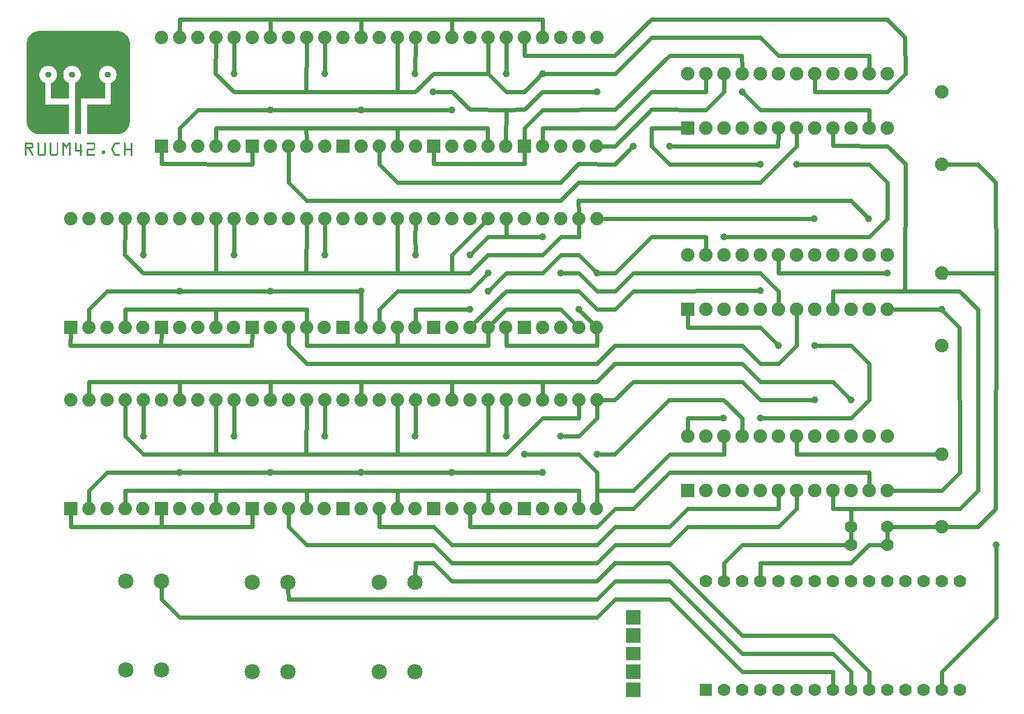
<source format=gtl>
G04 MADE WITH FRITZING*
G04 WWW.FRITZING.ORG*
G04 DOUBLE SIDED*
G04 HOLES PLATED*
G04 CONTOUR ON CENTER OF CONTOUR VECTOR*
%ASAXBY*%
%FSLAX23Y23*%
%MOIN*%
%OFA0B0*%
%SFA1.0B1.0*%
%ADD10C,0.039370*%
%ADD11C,0.070000*%
%ADD12C,0.075000*%
%ADD13C,0.085000*%
%ADD14C,0.074000*%
%ADD15R,0.073028X0.071501*%
%ADD16R,0.071756X0.074809*%
%ADD17R,0.073028X0.069551*%
%ADD18R,0.071501X0.071077*%
%ADD19R,0.071756X0.071756*%
%ADD20R,0.000028X0.000028*%
%ADD21R,0.082469X0.079707*%
%ADD22R,0.080184X0.080286*%
%ADD23R,0.078917X0.078057*%
%ADD24R,0.080000X0.080000*%
%ADD25R,0.080184X0.080012*%
%ADD26R,0.070000X0.069972*%
%ADD27R,0.074000X0.074000*%
%ADD28R,0.075000X0.075000*%
%ADD29C,0.024000*%
%ADD30R,0.001000X0.001000*%
%LNCOPPER1*%
G90*
G70*
G54D10*
X4068Y2926D03*
X4769Y2027D03*
X4569Y2027D03*
X4867Y3025D03*
X4369Y2327D03*
X4570Y2327D03*
X4067Y1926D03*
X4269Y1926D03*
X3568Y3428D03*
X3769Y3427D03*
X4268Y3327D03*
X4468Y3327D03*
X4567Y3025D03*
G54D11*
X4769Y1227D03*
X4969Y1227D03*
X4769Y1327D03*
X4969Y1327D03*
G54D10*
X3370Y1728D03*
X2570Y3626D03*
X2467Y3725D03*
X4169Y3727D03*
X3369Y3728D03*
X5269Y3327D03*
X1369Y3826D03*
X1870Y3826D03*
X1870Y3826D03*
X2367Y3826D03*
X2367Y3826D03*
X2367Y3826D03*
X2868Y3826D03*
X2868Y3826D03*
X3068Y3826D03*
X3068Y3826D03*
X3069Y1627D03*
X3169Y1827D03*
X2969Y1727D03*
X5569Y1227D03*
G54D12*
X5269Y2727D03*
X5269Y2327D03*
G54D10*
X4270Y2629D03*
X3268Y2528D03*
X3368Y2728D03*
X3369Y2727D03*
X2768Y2726D03*
X3169Y2726D03*
X2768Y2627D03*
X3068Y2927D03*
X2367Y1826D03*
X1870Y1826D03*
X2869Y1827D03*
X5269Y1327D03*
X1068Y2626D03*
X1068Y2626D03*
X1568Y2626D03*
X1568Y2626D03*
X869Y1827D03*
X1369Y1826D03*
X1369Y1826D03*
X1870Y1826D03*
X2367Y1826D03*
X2869Y1827D03*
X869Y2827D03*
X1369Y2828D03*
X1369Y2828D03*
X1870Y2828D03*
X1870Y2828D03*
X2369Y2827D03*
X2369Y2827D03*
X2069Y2626D03*
X2668Y2528D03*
X2669Y2828D03*
X2669Y2828D03*
X1070Y1627D03*
X1569Y1627D03*
X2070Y1627D03*
X1070Y1627D03*
X1569Y1627D03*
X2070Y1627D03*
X2569Y1627D03*
X2569Y1627D03*
G54D13*
X2365Y1019D03*
X2169Y1019D03*
X2169Y527D03*
X2365Y527D03*
X2365Y1019D03*
X2169Y1019D03*
X2169Y527D03*
X2365Y527D03*
X1665Y1019D03*
X1469Y1019D03*
X1469Y527D03*
X1665Y527D03*
X1665Y1019D03*
X1469Y1019D03*
X1469Y527D03*
X1665Y527D03*
X969Y1027D03*
X772Y1027D03*
X772Y535D03*
X969Y535D03*
X969Y1027D03*
X772Y1027D03*
X772Y535D03*
X969Y535D03*
G54D14*
X3569Y427D03*
X3569Y527D03*
X3569Y627D03*
X3569Y727D03*
X3569Y827D03*
G54D11*
X3969Y427D03*
X4069Y427D03*
X4169Y427D03*
X4269Y427D03*
X4369Y427D03*
X4469Y427D03*
X4569Y427D03*
X4669Y427D03*
X4769Y427D03*
X4869Y427D03*
X4969Y427D03*
X5069Y427D03*
X5169Y427D03*
X5269Y427D03*
X5369Y427D03*
X3969Y1027D03*
X4069Y1027D03*
X4169Y1027D03*
X4269Y1027D03*
X4369Y1027D03*
X4469Y1027D03*
X4569Y1027D03*
X4669Y1027D03*
X4769Y1027D03*
X4869Y1027D03*
X4969Y1027D03*
X5069Y1027D03*
X5169Y1027D03*
X5269Y1027D03*
X5369Y1027D03*
G54D14*
X2968Y3426D03*
X3068Y3426D03*
X3168Y3426D03*
X3268Y3426D03*
X3366Y3427D03*
X3069Y4026D03*
X3169Y4026D03*
X3269Y4026D03*
X3368Y4027D03*
X2969Y4027D03*
X2969Y2427D03*
X3069Y2427D03*
X3169Y2427D03*
X3269Y2427D03*
X3367Y2427D03*
X3070Y3027D03*
X3170Y3027D03*
X3270Y3027D03*
X3369Y3027D03*
X2970Y3027D03*
X2969Y1427D03*
X3069Y1427D03*
X3169Y1427D03*
X3269Y1427D03*
X3367Y1427D03*
X3070Y2027D03*
X3170Y2027D03*
X3270Y2027D03*
X3369Y2027D03*
X2970Y2027D03*
X2468Y3426D03*
X2568Y3426D03*
X2668Y3426D03*
X2768Y3426D03*
X2866Y3427D03*
X2569Y4026D03*
X2669Y4026D03*
X2769Y4026D03*
X2868Y4027D03*
X2469Y4027D03*
X2469Y2427D03*
X2569Y2427D03*
X2669Y2427D03*
X2769Y2427D03*
X2867Y2427D03*
X2570Y3027D03*
X2670Y3027D03*
X2770Y3027D03*
X2869Y3027D03*
X2470Y3027D03*
X2469Y1427D03*
X2569Y1427D03*
X2669Y1427D03*
X2769Y1427D03*
X2867Y1427D03*
X2570Y2027D03*
X2670Y2027D03*
X2770Y2027D03*
X2869Y2027D03*
X2470Y2027D03*
X1969Y3426D03*
X2069Y3426D03*
X2169Y3426D03*
X2269Y3426D03*
X2368Y3427D03*
X2070Y4026D03*
X2170Y4026D03*
X2270Y4026D03*
X2369Y4027D03*
X1970Y4027D03*
X1969Y2427D03*
X2069Y2427D03*
X2169Y2427D03*
X2269Y2427D03*
X2367Y2427D03*
X2070Y3027D03*
X2170Y3027D03*
X2270Y3027D03*
X2369Y3027D03*
X1970Y3027D03*
X1969Y1427D03*
X2069Y1427D03*
X2169Y1427D03*
X2269Y1427D03*
X2367Y1427D03*
X2070Y2027D03*
X2170Y2027D03*
X2270Y2027D03*
X2369Y2027D03*
X1970Y2027D03*
X1470Y3427D03*
X1570Y3427D03*
X1670Y3427D03*
X1770Y3427D03*
X1869Y3427D03*
X1571Y4027D03*
X1671Y4027D03*
X1771Y4027D03*
X1870Y4027D03*
X1471Y4027D03*
X1469Y2427D03*
X1569Y2427D03*
X1669Y2427D03*
X1769Y2427D03*
X1867Y2427D03*
X1570Y3027D03*
X1670Y3027D03*
X1770Y3027D03*
X1869Y3027D03*
X1470Y3027D03*
X1469Y1427D03*
X1569Y1427D03*
X1669Y1427D03*
X1769Y1427D03*
X1867Y1427D03*
X1570Y2027D03*
X1670Y2027D03*
X1770Y2027D03*
X1869Y2027D03*
X1470Y2027D03*
X469Y2427D03*
X569Y2427D03*
X669Y2427D03*
X769Y2427D03*
X867Y2427D03*
X570Y3027D03*
X670Y3027D03*
X770Y3027D03*
X869Y3027D03*
X470Y3027D03*
X469Y1427D03*
X569Y1427D03*
X669Y1427D03*
X769Y1427D03*
X867Y1427D03*
X570Y2027D03*
X670Y2027D03*
X770Y2027D03*
X869Y2027D03*
X470Y2027D03*
X970Y3427D03*
X1070Y3427D03*
X1170Y3427D03*
X1270Y3427D03*
X1369Y3427D03*
X1071Y4027D03*
X1171Y4027D03*
X1271Y4027D03*
X1370Y4027D03*
X971Y4027D03*
X969Y2427D03*
X1069Y2427D03*
X1169Y2427D03*
X1269Y2427D03*
X1367Y2427D03*
X1070Y3027D03*
X1170Y3027D03*
X1270Y3027D03*
X1369Y3027D03*
X970Y3027D03*
X969Y1427D03*
X1069Y1427D03*
X1169Y1427D03*
X1269Y1427D03*
X1367Y1427D03*
X1070Y2027D03*
X1170Y2027D03*
X1270Y2027D03*
X1369Y2027D03*
X970Y2027D03*
G54D12*
X3869Y3527D03*
X3869Y3827D03*
X3969Y3527D03*
X3969Y3827D03*
X4069Y3527D03*
X4069Y3827D03*
X4169Y3527D03*
X4169Y3827D03*
X4269Y3527D03*
X4269Y3827D03*
X4369Y3527D03*
X4369Y3827D03*
X4469Y3527D03*
X4469Y3827D03*
X4569Y3527D03*
X4569Y3827D03*
X4669Y3527D03*
X4669Y3827D03*
X4769Y3527D03*
X4769Y3827D03*
X4869Y3527D03*
X4869Y3827D03*
X4969Y3527D03*
X4969Y3827D03*
X3869Y2527D03*
X3869Y2827D03*
X3969Y2527D03*
X3969Y2827D03*
X4069Y2527D03*
X4069Y2827D03*
X4169Y2527D03*
X4169Y2827D03*
X4269Y2527D03*
X4269Y2827D03*
X4369Y2527D03*
X4369Y2827D03*
X4469Y2527D03*
X4469Y2827D03*
X4569Y2527D03*
X4569Y2827D03*
X4669Y2527D03*
X4669Y2827D03*
X4769Y2527D03*
X4769Y2827D03*
X4869Y2527D03*
X4869Y2827D03*
X4969Y2527D03*
X4969Y2827D03*
X3870Y1527D03*
X3870Y1827D03*
X3970Y1527D03*
X3970Y1827D03*
X4070Y1527D03*
X4070Y1827D03*
X4170Y1527D03*
X4170Y1827D03*
X4270Y1527D03*
X4270Y1827D03*
X4370Y1527D03*
X4370Y1827D03*
X4470Y1527D03*
X4470Y1827D03*
X4570Y1527D03*
X4570Y1827D03*
X4670Y1527D03*
X4670Y1827D03*
X4770Y1527D03*
X4770Y1827D03*
X4870Y1527D03*
X4870Y1827D03*
X4970Y1527D03*
X4970Y1827D03*
X5269Y3327D03*
X5269Y3727D03*
X5269Y1327D03*
X5269Y1727D03*
G54D10*
X5269Y2527D03*
X4968Y2725D03*
X4968Y2725D03*
X5270Y2725D03*
X5270Y2725D03*
X1570Y3626D03*
X1570Y3626D03*
X2068Y3626D03*
X2068Y3626D03*
G54D15*
X3568Y826D03*
G54D16*
X3569Y728D03*
G54D17*
X3570Y627D03*
G54D18*
X3569Y426D03*
G54D19*
X3569Y527D03*
G54D20*
X3569Y427D03*
X3569Y527D03*
G54D18*
X3569Y527D03*
G54D19*
X3569Y427D03*
G54D20*
X3569Y427D03*
X3569Y527D03*
G54D18*
X3569Y527D03*
G54D19*
X3569Y427D03*
G54D20*
X3569Y427D03*
X3569Y527D03*
G54D18*
X3569Y527D03*
G54D19*
X3569Y427D03*
G54D21*
X3568Y827D03*
G54D22*
X3569Y727D03*
G54D23*
X3569Y627D03*
G54D24*
X3568Y527D03*
G54D25*
X3569Y427D03*
G54D15*
X3568Y826D03*
G54D16*
X3569Y728D03*
G54D17*
X3570Y627D03*
G54D18*
X3569Y426D03*
G54D19*
X3569Y527D03*
G54D20*
X3569Y427D03*
X3569Y527D03*
G54D18*
X3569Y527D03*
G54D19*
X3569Y427D03*
G54D20*
X3569Y427D03*
X3569Y527D03*
G54D18*
X3569Y527D03*
G54D19*
X3569Y427D03*
G54D20*
X3569Y427D03*
X3569Y527D03*
G54D18*
X3569Y527D03*
G54D19*
X3569Y427D03*
G54D21*
X3568Y827D03*
G54D22*
X3569Y727D03*
G54D23*
X3569Y627D03*
G54D24*
X3568Y527D03*
G54D25*
X3569Y427D03*
G54D26*
X3969Y427D03*
G54D27*
X2968Y3426D03*
X2969Y2427D03*
X2969Y1427D03*
X2468Y3426D03*
X2469Y2427D03*
X2469Y1427D03*
X1969Y3426D03*
X1969Y2427D03*
X1969Y1427D03*
X1470Y3427D03*
X1469Y2427D03*
X1469Y1427D03*
X469Y2427D03*
X469Y1427D03*
X970Y3427D03*
X969Y2427D03*
X969Y1427D03*
G54D28*
X3869Y3527D03*
X3869Y2527D03*
X3870Y1527D03*
G54D29*
X4854Y3039D02*
X4769Y3126D01*
D02*
X4870Y2226D02*
X4769Y2327D01*
D02*
X4869Y2027D02*
X4870Y2226D01*
D02*
X3868Y1926D02*
X4048Y1926D01*
D02*
X4769Y1926D02*
X4869Y2027D01*
D02*
X4288Y1926D02*
X4769Y1926D01*
D02*
X4769Y2327D02*
X4589Y2327D01*
D02*
X4355Y2340D02*
X4269Y2428D01*
D02*
X4269Y2428D02*
X3868Y2428D01*
D02*
X3868Y2428D02*
X3869Y2498D01*
D02*
X3869Y1856D02*
X3868Y1926D01*
D02*
X4868Y2927D02*
X4087Y2926D01*
D02*
X4969Y3026D02*
X4868Y2927D01*
D02*
X4969Y3226D02*
X4969Y3026D01*
D02*
X4868Y3327D02*
X4969Y3226D01*
D02*
X4487Y3327D02*
X4868Y3327D01*
D02*
X3768Y3326D02*
X4249Y3327D01*
D02*
X3669Y3428D02*
X3768Y3326D01*
D02*
X3669Y3528D02*
X3669Y3428D01*
D02*
X3840Y3527D02*
X3669Y3528D01*
D02*
X4868Y527D02*
X4668Y728D01*
D02*
X4668Y728D02*
X4168Y728D01*
D02*
X4168Y728D02*
X3769Y1126D01*
D02*
X3769Y1126D02*
X3467Y1126D01*
D02*
X3467Y1126D02*
X3368Y1027D01*
D02*
X3368Y1027D02*
X2569Y1027D01*
D02*
X2569Y1027D02*
X2468Y1126D01*
D02*
X2468Y1126D02*
X2369Y1126D01*
D02*
X4868Y456D02*
X4868Y527D01*
D02*
X2369Y1126D02*
X2366Y1054D01*
D02*
X1069Y827D02*
X3368Y827D01*
D02*
X3368Y827D02*
X3468Y926D01*
D02*
X3468Y926D02*
X3769Y926D01*
D02*
X3769Y926D02*
X4170Y528D01*
D02*
X4170Y528D02*
X4668Y528D01*
D02*
X4668Y528D02*
X4668Y456D01*
D02*
X968Y926D02*
X1069Y827D01*
D02*
X968Y992D02*
X968Y926D01*
D02*
X5248Y1347D02*
X5282Y1313D01*
D02*
X4867Y1228D02*
X4942Y1227D01*
D02*
X4769Y1127D02*
X4867Y1228D01*
D02*
X4268Y1127D02*
X4769Y1127D01*
D02*
X4569Y1228D02*
X4742Y1227D01*
D02*
X4169Y1226D02*
X4569Y1228D01*
D02*
X4068Y1127D02*
X4169Y1226D01*
D02*
X4769Y1427D02*
X4769Y1353D01*
D02*
X4668Y1427D02*
X4769Y1427D01*
D02*
X4670Y1498D02*
X4668Y1427D01*
D02*
X4769Y1253D02*
X4769Y1301D01*
D02*
X4069Y1056D02*
X4068Y1127D01*
D02*
X4969Y1253D02*
X4969Y1301D01*
D02*
X4268Y1056D02*
X4268Y1127D01*
D02*
X4995Y1327D02*
X5250Y1327D01*
D02*
X5568Y826D02*
X5569Y1208D01*
D02*
X5268Y528D02*
X5568Y826D01*
D02*
X5268Y456D02*
X5268Y528D01*
D02*
X3767Y2027D02*
X3467Y1728D01*
D02*
X4067Y2027D02*
X3767Y2027D01*
D02*
X3467Y1728D02*
X3389Y1728D01*
D02*
X2988Y1727D02*
X3269Y1728D01*
D02*
X3370Y1528D02*
X3368Y1458D01*
D02*
X3370Y1627D02*
X3370Y1528D01*
D02*
X3269Y1728D02*
X3370Y1627D01*
D02*
X4170Y1927D02*
X4067Y2027D01*
D02*
X4170Y1856D02*
X4170Y1927D01*
D02*
X1469Y3327D02*
X1469Y3396D01*
D02*
X970Y3396D02*
X970Y3329D01*
D02*
X970Y3329D02*
X1469Y3327D01*
D02*
X2970Y3329D02*
X2469Y3329D01*
D02*
X2968Y3395D02*
X2970Y3329D01*
D02*
X2469Y3329D02*
X2468Y3395D01*
D02*
X2551Y3626D02*
X2087Y3626D01*
D02*
X2869Y3627D02*
X2867Y3458D01*
D02*
X2970Y3528D02*
X2968Y3458D01*
D02*
X2668Y3629D02*
X2869Y3627D01*
D02*
X2568Y3725D02*
X2668Y3629D01*
D02*
X2486Y3725D02*
X2568Y3725D01*
D02*
X3468Y3528D02*
X3068Y3528D01*
D02*
X3468Y3629D02*
X3068Y3626D01*
D02*
X3768Y3927D02*
X3468Y3629D01*
D02*
X3068Y3626D02*
X2970Y3528D01*
D02*
X3870Y3728D02*
X3669Y3726D01*
D02*
X4167Y3927D02*
X3768Y3927D01*
D02*
X3968Y3728D02*
X3870Y3728D01*
D02*
X4168Y3856D02*
X4167Y3927D01*
D02*
X3068Y3528D02*
X3068Y3458D01*
D02*
X3669Y3726D02*
X3468Y3528D01*
D02*
X3968Y3798D02*
X3968Y3728D01*
D02*
X3069Y3725D02*
X3350Y3728D01*
D02*
X2969Y3629D02*
X3069Y3725D01*
D02*
X3669Y3629D02*
X3468Y3427D01*
D02*
X3968Y3627D02*
X3669Y3629D01*
D02*
X4068Y3727D02*
X3968Y3627D01*
D02*
X3468Y3427D02*
X3398Y3427D01*
D02*
X2867Y3458D02*
X2869Y3627D01*
D02*
X2869Y3627D02*
X2969Y3629D01*
D02*
X4269Y3626D02*
X4868Y3626D01*
D02*
X4182Y3713D02*
X4269Y3626D01*
D02*
X4868Y3626D02*
X4868Y3556D01*
D02*
X4068Y3798D02*
X4068Y3727D01*
D02*
X2969Y3725D02*
X3054Y3812D01*
D02*
X2869Y3725D02*
X2969Y3725D01*
D02*
X2770Y3826D02*
X2869Y3725D01*
D02*
X2769Y3995D02*
X2770Y3826D01*
D02*
X3068Y4127D02*
X3068Y4058D01*
D02*
X2570Y4127D02*
X2070Y4127D01*
D02*
X2570Y4127D02*
X3068Y4127D01*
D02*
X2469Y3826D02*
X2770Y3826D01*
D02*
X2367Y3728D02*
X2469Y3826D01*
D02*
X2070Y4127D02*
X2070Y4058D01*
D02*
X1767Y3725D02*
X2268Y3725D01*
D02*
X1771Y3996D02*
X1767Y3725D01*
D02*
X2268Y3725D02*
X2270Y3995D01*
D02*
X2569Y4058D02*
X2570Y4127D01*
D02*
X2268Y3725D02*
X2367Y3728D01*
D02*
X2270Y3995D02*
X2268Y3725D01*
D02*
X2770Y3826D02*
X2769Y3995D01*
D02*
X2569Y4058D02*
X2570Y4127D01*
D02*
X2070Y4127D02*
X1569Y4127D01*
D02*
X1569Y4127D02*
X1068Y4127D01*
D02*
X1569Y4127D02*
X1570Y4058D01*
D02*
X1369Y3845D02*
X1369Y3927D01*
D02*
X1369Y3927D02*
X1370Y3996D01*
D02*
X1068Y4127D02*
X1070Y4058D01*
D02*
X1570Y4058D02*
X1569Y4127D01*
D02*
X1267Y3826D02*
X1369Y3728D01*
D02*
X1369Y3728D02*
X1767Y3725D01*
D02*
X1271Y3996D02*
X1267Y3826D01*
D02*
X1767Y3725D02*
X1771Y3996D01*
D02*
X2070Y4058D02*
X2070Y4127D01*
D02*
X1870Y3996D02*
X1870Y3845D01*
D02*
X2369Y3995D02*
X2367Y3845D01*
D02*
X2369Y3995D02*
X2367Y3845D01*
D02*
X2868Y3845D02*
X2868Y3995D01*
D02*
X2369Y3995D02*
X2367Y3845D01*
D02*
X2868Y3995D02*
X2868Y3845D01*
D02*
X1870Y3845D02*
X1870Y3996D01*
D02*
X3467Y3927D02*
X2970Y3927D01*
D02*
X3669Y4128D02*
X3467Y3927D01*
D02*
X5069Y3827D02*
X5067Y4028D01*
D02*
X5067Y4028D02*
X4970Y4128D01*
D02*
X4970Y4128D02*
X3669Y4128D01*
D02*
X2970Y3927D02*
X2969Y3996D01*
D02*
X3468Y3826D02*
X3087Y3826D01*
D02*
X3669Y4028D02*
X3468Y3826D01*
D02*
X4969Y3727D02*
X5069Y3827D01*
D02*
X4570Y3728D02*
X4969Y3727D01*
D02*
X4370Y3927D02*
X4269Y4028D01*
D02*
X4269Y4028D02*
X3669Y4028D01*
D02*
X4868Y3927D02*
X4370Y3927D01*
D02*
X4569Y3798D02*
X4570Y3728D01*
D02*
X4868Y3856D02*
X4868Y3927D01*
D02*
X3269Y1826D02*
X3188Y1827D01*
D02*
X3269Y1528D02*
X2768Y1527D01*
D02*
X3269Y1458D02*
X3269Y1528D01*
D02*
X2768Y1527D02*
X2768Y1458D01*
D02*
X4469Y3426D02*
X4469Y3498D01*
D02*
X4268Y3226D02*
X4469Y3426D01*
D02*
X1669Y3228D02*
X1770Y3127D01*
D02*
X1670Y3396D02*
X1669Y3228D01*
D02*
X3169Y3125D02*
X3267Y3227D01*
D02*
X3267Y3227D02*
X4268Y3226D01*
D02*
X1770Y3127D02*
X3169Y3125D01*
D02*
X4367Y3427D02*
X4368Y3498D01*
D02*
X3788Y3427D02*
X4367Y3427D01*
D02*
X3469Y3327D02*
X3554Y3414D01*
D02*
X2170Y3325D02*
X2268Y3228D01*
D02*
X2169Y3395D02*
X2170Y3325D01*
D02*
X3169Y3227D02*
X3267Y3329D01*
D02*
X3267Y3329D02*
X3469Y3327D01*
D02*
X2268Y3228D02*
X3169Y3227D01*
D02*
X967Y2328D02*
X467Y2328D01*
D02*
X467Y2328D02*
X468Y2396D01*
D02*
X968Y2396D02*
X967Y2328D01*
D02*
X4769Y3126D02*
X3267Y3125D01*
D02*
X3267Y3125D02*
X3269Y3058D01*
D02*
X3569Y2626D02*
X4251Y2629D01*
D02*
X3468Y2525D02*
X3569Y2626D01*
D02*
X3368Y2528D02*
X3468Y2525D01*
D02*
X3346Y2449D02*
X3281Y2514D01*
D02*
X3169Y2827D02*
X3068Y2726D01*
D02*
X2869Y2726D02*
X2782Y2640D01*
D02*
X3068Y2726D02*
X2869Y2726D01*
D02*
X3269Y2828D02*
X3169Y2827D01*
D02*
X2768Y2927D02*
X2869Y2927D01*
D02*
X2869Y2927D02*
X3049Y2927D01*
D02*
X2683Y2841D02*
X2768Y2927D01*
D02*
X2368Y1845D02*
X2369Y1996D01*
D02*
X2869Y1927D02*
X2869Y1846D01*
D02*
X2869Y1996D02*
X2869Y1927D01*
D02*
X1869Y1996D02*
X1870Y1845D01*
D02*
X4469Y1726D02*
X4470Y1798D01*
D02*
X5240Y1727D02*
X5069Y1728D01*
D02*
X5069Y1728D02*
X4469Y1726D01*
D02*
X1467Y2328D02*
X1468Y2396D01*
D02*
X967Y2328D02*
X1467Y2328D01*
D02*
X968Y2396D02*
X967Y2328D01*
D02*
X2870Y2328D02*
X3370Y2328D01*
D02*
X3370Y2328D02*
X3368Y2396D01*
D02*
X2868Y2396D02*
X2870Y2328D01*
D02*
X1269Y2526D02*
X769Y2526D01*
D02*
X769Y2526D02*
X769Y2458D01*
D02*
X1269Y2458D02*
X1269Y2526D01*
D02*
X2269Y2327D02*
X1768Y2327D01*
D02*
X1768Y2327D02*
X1768Y2396D01*
D02*
X4469Y2328D02*
X4469Y2498D01*
D02*
X4369Y2226D02*
X4469Y2328D01*
D02*
X4269Y2226D02*
X4369Y2226D01*
D02*
X4168Y2327D02*
X4269Y2226D01*
D02*
X3467Y2327D02*
X4168Y2327D01*
D02*
X3369Y2226D02*
X3467Y2327D01*
D02*
X1770Y2228D02*
X3369Y2226D01*
D02*
X1769Y2526D02*
X1269Y2526D01*
D02*
X1269Y2526D02*
X1269Y2458D01*
D02*
X1669Y2329D02*
X1770Y2228D01*
D02*
X1669Y2396D02*
X1669Y2329D01*
D02*
X1769Y2458D02*
X1769Y2526D01*
D02*
X3169Y2527D02*
X3247Y2449D01*
D02*
X2770Y2327D02*
X2269Y2327D01*
D02*
X2269Y2327D02*
X2269Y2396D01*
D02*
X2869Y2528D02*
X3169Y2527D01*
D02*
X2791Y2449D02*
X2869Y2528D01*
D02*
X2769Y2396D02*
X2770Y2327D01*
D02*
X2269Y2396D02*
X2269Y2327D01*
D02*
X1087Y2626D02*
X1549Y2626D01*
D02*
X669Y2626D02*
X1049Y2626D01*
D02*
X568Y2458D02*
X568Y2526D01*
D02*
X568Y2526D02*
X669Y2626D01*
D02*
X3069Y2127D02*
X3070Y2058D01*
D02*
X2570Y2058D02*
X2570Y2127D01*
D02*
X2570Y2127D02*
X3069Y2127D01*
D02*
X2570Y2127D02*
X2570Y2058D01*
D02*
X2070Y2058D02*
X2070Y2127D01*
D02*
X2070Y2127D02*
X2570Y2127D01*
D02*
X1570Y2127D02*
X2070Y2127D01*
D02*
X2070Y2127D02*
X2070Y2058D01*
D02*
X1570Y2058D02*
X1570Y2127D01*
D02*
X1570Y2127D02*
X1570Y2058D01*
D02*
X1070Y2058D02*
X1071Y2127D01*
D02*
X1071Y2127D02*
X1570Y2127D01*
D02*
X1071Y2127D02*
X1070Y2058D01*
D02*
X570Y2058D02*
X571Y2127D01*
D02*
X571Y2127D02*
X1071Y2127D01*
D02*
X2767Y2828D02*
X3068Y2827D01*
D02*
X2669Y2726D02*
X2767Y2828D01*
D02*
X2568Y2727D02*
X2669Y2726D01*
D02*
X3068Y2827D02*
X3169Y2927D01*
D02*
X2568Y2828D02*
X2568Y2727D01*
D02*
X3269Y2927D02*
X3270Y2996D01*
D02*
X3169Y2927D02*
X3269Y2927D01*
D02*
X2748Y3005D02*
X2568Y2828D01*
D02*
X868Y1728D02*
X770Y1826D01*
D02*
X770Y1826D02*
X770Y1996D01*
D02*
X1270Y1725D02*
X868Y1728D01*
D02*
X1767Y1725D02*
X2268Y1725D01*
D02*
X1767Y1725D02*
X1270Y1725D01*
D02*
X1270Y1725D02*
X1270Y1996D01*
D02*
X1770Y1996D02*
X1767Y1725D01*
D02*
X1270Y1996D02*
X1270Y1725D01*
D02*
X2769Y1725D02*
X2770Y1996D01*
D02*
X2270Y1996D02*
X2268Y1725D01*
D02*
X2268Y1725D02*
X2769Y1725D01*
D02*
X2268Y1725D02*
X2270Y1996D01*
D02*
X1770Y1996D02*
X1767Y1725D01*
D02*
X3069Y1926D02*
X3269Y1927D01*
D02*
X2869Y1728D02*
X3069Y1926D01*
D02*
X3269Y1927D02*
X3270Y1996D01*
D02*
X2770Y1996D02*
X2769Y1725D01*
D02*
X2769Y1725D02*
X2869Y1728D01*
D02*
X868Y1927D02*
X869Y1846D01*
D02*
X869Y1996D02*
X868Y1927D01*
D02*
X2368Y1845D02*
X2369Y1996D01*
D02*
X1870Y1845D02*
X1869Y1996D01*
D02*
X1369Y1996D02*
X1369Y1845D01*
D02*
X1369Y1845D02*
X1369Y1927D01*
D02*
X2869Y1927D02*
X2869Y1996D01*
D02*
X2869Y1846D02*
X2869Y1927D01*
D02*
X1369Y1927D02*
X1369Y1996D01*
D02*
X868Y2726D02*
X767Y2828D01*
D02*
X3370Y1927D02*
X3269Y1826D01*
D02*
X3369Y1996D02*
X3370Y1927D01*
D02*
X1270Y2727D02*
X1767Y2727D01*
D02*
X1270Y2996D02*
X1270Y2727D01*
D02*
X1270Y2727D02*
X868Y2726D01*
D02*
X767Y2828D02*
X770Y2996D01*
D02*
X1270Y2996D02*
X1270Y2727D01*
D02*
X1767Y2727D02*
X2268Y2727D01*
D02*
X1770Y2996D02*
X1767Y2727D01*
D02*
X1767Y2727D02*
X1770Y2996D01*
D02*
X869Y2846D02*
X868Y2926D01*
D02*
X868Y2926D02*
X869Y2996D01*
D02*
X1869Y2847D02*
X1869Y2996D01*
D02*
X1369Y2847D02*
X1369Y2996D01*
D02*
X1869Y2996D02*
X1869Y2847D01*
D02*
X1369Y2996D02*
X1369Y2847D01*
D02*
X2869Y2626D02*
X3068Y2628D01*
D02*
X3268Y2628D02*
X3368Y2528D01*
D02*
X3068Y2628D02*
X3268Y2628D01*
D02*
X2268Y2727D02*
X2270Y2996D01*
D02*
X1870Y2628D02*
X1587Y2626D01*
D02*
X2069Y2626D02*
X1870Y2628D01*
D02*
X2755Y2713D02*
X2668Y2627D01*
D02*
X3268Y2728D02*
X3188Y2726D01*
D02*
X3468Y2626D02*
X3368Y2628D01*
D02*
X3569Y2727D02*
X3468Y2626D01*
D02*
X3368Y2628D02*
X3268Y2728D01*
D02*
X4368Y2556D02*
X4368Y2626D01*
D02*
X4269Y2725D02*
X3569Y2727D01*
D02*
X2069Y2458D02*
X2069Y2626D01*
D02*
X2268Y2628D02*
X2169Y2528D01*
D02*
X2668Y2627D02*
X2268Y2628D01*
D02*
X2369Y2728D02*
X2568Y2727D01*
D02*
X2268Y2727D02*
X2369Y2728D01*
D02*
X2270Y2996D02*
X2268Y2727D01*
D02*
X2367Y2926D02*
X2368Y2846D01*
D02*
X2367Y2926D02*
X2368Y2996D01*
D02*
X2368Y2846D02*
X2367Y2926D01*
D02*
X2368Y2996D02*
X2367Y2926D01*
D02*
X2568Y2828D02*
X2748Y3005D01*
D02*
X2568Y2727D02*
X2568Y2828D01*
D02*
X2169Y2458D02*
X2169Y2528D01*
D02*
X2368Y2528D02*
X2368Y2458D01*
D02*
X2691Y2449D02*
X2869Y2626D01*
D02*
X2069Y2607D02*
X2069Y2458D01*
D02*
X3355Y2740D02*
X3269Y2828D01*
D02*
X2649Y2528D02*
X2368Y2528D01*
D02*
X2768Y2927D02*
X2683Y2841D01*
D02*
X2869Y2927D02*
X2768Y2927D01*
D02*
X2869Y2996D02*
X2869Y2927D01*
D02*
X2768Y2927D02*
X2683Y2841D01*
D02*
X2869Y2927D02*
X2768Y2927D01*
D02*
X2869Y2996D02*
X2869Y2927D01*
D02*
X5267Y2526D02*
X4997Y2527D01*
D02*
X5366Y2426D02*
X5267Y2526D01*
D02*
X5268Y1527D02*
X5369Y1628D01*
D02*
X5366Y2625D02*
X4668Y2626D01*
D02*
X5470Y2526D02*
X5366Y2625D01*
D02*
X5369Y1426D02*
X5470Y1527D01*
D02*
X4669Y1498D02*
X4668Y1428D01*
D02*
X5169Y1428D02*
X5369Y1426D01*
D02*
X4668Y1428D02*
X5169Y1428D01*
D02*
X5567Y1426D02*
X5470Y1327D01*
D02*
X5470Y1327D02*
X5297Y1327D01*
D02*
X4999Y1527D02*
X5268Y1527D01*
D02*
X3769Y1326D02*
X3869Y1426D01*
D02*
X3469Y1326D02*
X3769Y1326D01*
D02*
X3368Y1226D02*
X3469Y1326D01*
D02*
X2568Y1228D02*
X3368Y1226D01*
D02*
X2468Y1328D02*
X2568Y1228D01*
D02*
X2168Y1328D02*
X2468Y1328D01*
D02*
X2169Y1396D02*
X2168Y1328D01*
D02*
X4370Y1428D02*
X4370Y1498D01*
D02*
X3869Y1426D02*
X4370Y1428D01*
D02*
X3869Y1326D02*
X4370Y1328D01*
D02*
X3769Y1226D02*
X3869Y1326D01*
D02*
X3469Y1226D02*
X3769Y1226D01*
D02*
X3368Y1126D02*
X3469Y1226D01*
D02*
X2568Y1128D02*
X3368Y1126D01*
D02*
X2468Y1228D02*
X2568Y1128D01*
D02*
X1768Y1228D02*
X2468Y1228D01*
D02*
X1668Y1328D02*
X1768Y1228D01*
D02*
X1669Y1396D02*
X1668Y1328D01*
D02*
X4470Y1428D02*
X4470Y1498D01*
D02*
X4370Y1328D02*
X4470Y1428D01*
D02*
X3569Y1426D02*
X3770Y1628D01*
D02*
X3469Y1426D02*
X3569Y1426D01*
D02*
X3368Y1326D02*
X3469Y1426D01*
D02*
X3770Y1628D02*
X4069Y1628D01*
D02*
X4069Y1628D02*
X4871Y1628D01*
D02*
X2668Y1328D02*
X3368Y1326D01*
D02*
X2669Y1396D02*
X2668Y1328D01*
D02*
X4871Y1628D02*
X4870Y1556D01*
D02*
X4668Y2128D02*
X4755Y2040D01*
D02*
X3467Y2226D02*
X4168Y2226D01*
D02*
X3369Y2128D02*
X3467Y2226D01*
D02*
X4168Y2226D02*
X4269Y2128D01*
D02*
X4269Y2128D02*
X4668Y2128D01*
D02*
X3069Y2128D02*
X3369Y2128D01*
D02*
X3070Y2058D02*
X3069Y2128D01*
D02*
X3568Y2128D02*
X4169Y2128D01*
D02*
X3467Y2027D02*
X3568Y2128D01*
D02*
X4169Y2128D02*
X4269Y2027D01*
D02*
X4269Y2027D02*
X4550Y2027D01*
D02*
X3400Y2027D02*
X3467Y2027D01*
D02*
X3569Y1526D02*
X3770Y1726D01*
D02*
X4069Y1727D02*
X4070Y1798D01*
D02*
X3368Y1526D02*
X3569Y1526D01*
D02*
X3368Y1458D02*
X3368Y1526D01*
D02*
X3770Y1726D02*
X4069Y1727D01*
D02*
X670Y1627D02*
X1051Y1627D01*
D02*
X1271Y1527D02*
X770Y1527D01*
D02*
X770Y1527D02*
X769Y1458D01*
D02*
X1269Y1458D02*
X1271Y1527D01*
D02*
X970Y1327D02*
X470Y1327D01*
D02*
X569Y1458D02*
X570Y1527D01*
D02*
X570Y1527D02*
X670Y1627D01*
D02*
X1770Y1527D02*
X1271Y1527D01*
D02*
X1769Y1458D02*
X1770Y1527D01*
D02*
X1271Y1527D02*
X1269Y1458D01*
D02*
X1469Y1327D02*
X1469Y1396D01*
D02*
X970Y1327D02*
X1469Y1327D01*
D02*
X969Y1396D02*
X970Y1327D01*
D02*
X470Y1327D02*
X469Y1396D01*
D02*
X969Y1396D02*
X970Y1327D01*
D02*
X2051Y1627D02*
X1588Y1627D01*
D02*
X1550Y1627D02*
X1089Y1627D01*
D02*
X2768Y1527D02*
X2270Y1527D01*
D02*
X2768Y1458D02*
X2768Y1527D01*
D02*
X2270Y1527D02*
X2269Y1458D01*
D02*
X2550Y1627D02*
X2089Y1627D01*
D02*
X2270Y1527D02*
X1770Y1527D01*
D02*
X2269Y1458D02*
X2270Y1527D01*
D02*
X1770Y1527D02*
X1769Y1458D01*
D02*
X3050Y1627D02*
X2588Y1627D01*
D02*
X3769Y1026D02*
X3469Y1026D01*
D02*
X4169Y628D02*
X3769Y1026D01*
D02*
X4670Y628D02*
X4169Y628D01*
D02*
X4769Y528D02*
X4670Y628D01*
D02*
X3368Y926D02*
X1670Y926D01*
D02*
X3469Y1026D02*
X3368Y926D01*
D02*
X4769Y456D02*
X4769Y528D01*
D02*
X1670Y926D02*
X1667Y984D01*
D02*
X5369Y1628D02*
X5366Y2427D01*
D02*
X5569Y2727D02*
X5567Y1426D01*
D02*
X4668Y2626D02*
X4668Y2556D01*
D02*
X5069Y3329D02*
X5067Y2626D01*
D02*
X4968Y3426D02*
X5069Y3329D01*
D02*
X4668Y3429D02*
X4968Y3426D01*
D02*
X5067Y2626D02*
X4668Y2626D01*
D02*
X4668Y3498D02*
X4668Y3429D01*
D02*
X4668Y2626D02*
X4668Y2556D01*
D02*
X4368Y2725D02*
X4368Y2798D01*
D02*
X4997Y2527D02*
X5067Y2527D01*
D02*
X5067Y2527D02*
X5250Y2527D01*
D02*
X4949Y2725D02*
X4368Y2725D01*
D02*
X5289Y2725D02*
X5569Y2727D01*
D02*
X5569Y2727D02*
X5289Y2725D01*
D02*
X4949Y2725D02*
X4368Y2725D01*
D02*
X5567Y3228D02*
X5569Y2727D01*
D02*
X4368Y2725D02*
X4368Y2798D01*
D02*
X5286Y2704D02*
X5258Y2740D01*
D02*
X4368Y2626D02*
X4269Y2725D01*
D02*
X5470Y1527D02*
X5470Y2526D01*
D02*
X5470Y3325D02*
X5567Y3228D01*
D02*
X5288Y3327D02*
X5470Y3325D01*
D02*
X3969Y2927D02*
X3669Y2928D01*
D02*
X3669Y2928D02*
X3468Y2727D01*
D02*
X3969Y2856D02*
X3969Y2927D01*
D02*
X3468Y2727D02*
X3387Y2727D01*
D02*
X4548Y3025D02*
X3400Y3027D01*
D02*
X1767Y3527D02*
X1270Y3527D01*
D02*
X1270Y3527D02*
X1270Y3458D01*
D02*
X1769Y3458D02*
X1767Y3527D01*
D02*
X2269Y3527D02*
X1767Y3527D01*
D02*
X2269Y3458D02*
X2269Y3527D01*
D02*
X1767Y3527D02*
X1769Y3458D01*
D02*
X2767Y3527D02*
X2269Y3527D01*
D02*
X2767Y3458D02*
X2767Y3527D01*
D02*
X2269Y3527D02*
X2269Y3458D01*
D02*
X1170Y3626D02*
X1551Y3626D01*
D02*
X1069Y3458D02*
X1069Y3527D01*
D02*
X1069Y3527D02*
X1170Y3626D01*
D02*
X2049Y3626D02*
X1589Y3626D01*
G36*
X286Y4062D02*
X286Y4061D01*
X280Y4061D01*
X280Y4060D01*
X277Y4060D01*
X277Y4058D01*
X273Y4058D01*
X273Y4057D01*
X270Y4057D01*
X270Y4056D01*
X267Y4056D01*
X267Y4055D01*
X265Y4055D01*
X265Y4054D01*
X263Y4054D01*
X263Y4053D01*
X261Y4053D01*
X261Y4052D01*
X259Y4052D01*
X259Y4050D01*
X257Y4050D01*
X257Y4049D01*
X256Y4049D01*
X256Y4048D01*
X254Y4048D01*
X254Y4047D01*
X253Y4047D01*
X253Y4046D01*
X252Y4046D01*
X252Y4045D01*
X250Y4045D01*
X250Y4044D01*
X249Y4044D01*
X249Y4042D01*
X248Y4042D01*
X248Y4041D01*
X247Y4041D01*
X247Y4040D01*
X246Y4040D01*
X246Y4039D01*
X245Y4039D01*
X245Y4038D01*
X244Y4038D01*
X244Y4037D01*
X242Y4037D01*
X242Y4036D01*
X241Y4036D01*
X241Y4035D01*
X240Y4035D01*
X240Y4032D01*
X239Y4032D01*
X239Y4031D01*
X238Y4031D01*
X238Y4029D01*
X237Y4029D01*
X237Y4028D01*
X236Y4028D01*
X236Y4025D01*
X234Y4025D01*
X234Y4023D01*
X233Y4023D01*
X233Y4021D01*
X232Y4021D01*
X232Y4019D01*
X231Y4019D01*
X231Y4015D01*
X230Y4015D01*
X230Y4012D01*
X229Y4012D01*
X229Y4008D01*
X228Y4008D01*
X228Y4003D01*
X226Y4003D01*
X226Y3870D01*
X683Y3870D01*
X683Y3868D01*
X687Y3868D01*
X687Y3867D01*
X691Y3867D01*
X691Y3866D01*
X694Y3866D01*
X694Y3865D01*
X696Y3865D01*
X696Y3864D01*
X698Y3864D01*
X698Y3863D01*
X700Y3863D01*
X700Y3862D01*
X701Y3862D01*
X701Y3860D01*
X703Y3860D01*
X703Y3859D01*
X704Y3859D01*
X704Y3858D01*
X705Y3858D01*
X705Y3857D01*
X707Y3857D01*
X707Y3856D01*
X708Y3856D01*
X708Y3855D01*
X709Y3855D01*
X709Y3854D01*
X710Y3854D01*
X710Y3852D01*
X711Y3852D01*
X711Y3851D01*
X712Y3851D01*
X712Y3850D01*
X713Y3850D01*
X713Y3848D01*
X715Y3848D01*
X715Y3847D01*
X716Y3847D01*
X716Y3845D01*
X717Y3845D01*
X717Y3842D01*
X718Y3842D01*
X718Y3840D01*
X719Y3840D01*
X719Y3837D01*
X720Y3837D01*
X720Y3832D01*
X721Y3832D01*
X721Y3825D01*
X723Y3825D01*
X723Y3817D01*
X721Y3817D01*
X721Y3810D01*
X720Y3810D01*
X720Y3806D01*
X719Y3806D01*
X719Y3802D01*
X718Y3802D01*
X718Y3800D01*
X717Y3800D01*
X717Y3798D01*
X716Y3798D01*
X716Y3796D01*
X715Y3796D01*
X715Y3794D01*
X713Y3794D01*
X713Y3792D01*
X712Y3792D01*
X712Y3791D01*
X711Y3791D01*
X711Y3790D01*
X710Y3790D01*
X710Y3789D01*
X709Y3789D01*
X709Y3788D01*
X708Y3788D01*
X708Y3786D01*
X707Y3786D01*
X707Y3785D01*
X705Y3785D01*
X705Y3784D01*
X704Y3784D01*
X704Y3783D01*
X703Y3783D01*
X703Y3782D01*
X701Y3782D01*
X701Y3781D01*
X700Y3781D01*
X700Y3780D01*
X698Y3780D01*
X698Y3779D01*
X696Y3779D01*
X696Y3777D01*
X694Y3777D01*
X694Y3776D01*
X691Y3776D01*
X691Y3775D01*
X690Y3775D01*
X690Y3657D01*
X558Y3657D01*
X558Y3493D01*
X736Y3493D01*
X736Y3494D01*
X742Y3494D01*
X742Y3495D01*
X745Y3495D01*
X745Y3496D01*
X749Y3496D01*
X749Y3497D01*
X752Y3497D01*
X752Y3499D01*
X754Y3499D01*
X754Y3500D01*
X757Y3500D01*
X757Y3501D01*
X759Y3501D01*
X759Y3502D01*
X761Y3502D01*
X761Y3503D01*
X762Y3503D01*
X762Y3504D01*
X765Y3504D01*
X765Y3505D01*
X766Y3505D01*
X766Y3507D01*
X768Y3507D01*
X768Y3508D01*
X769Y3508D01*
X769Y3509D01*
X770Y3509D01*
X770Y3510D01*
X771Y3510D01*
X771Y3511D01*
X773Y3511D01*
X773Y3512D01*
X774Y3512D01*
X774Y3513D01*
X775Y3513D01*
X775Y3515D01*
X776Y3515D01*
X776Y3516D01*
X777Y3516D01*
X777Y3517D01*
X778Y3517D01*
X778Y3518D01*
X779Y3518D01*
X779Y3519D01*
X781Y3519D01*
X781Y3520D01*
X782Y3520D01*
X782Y3523D01*
X783Y3523D01*
X783Y3524D01*
X784Y3524D01*
X784Y3526D01*
X785Y3526D01*
X785Y3527D01*
X786Y3527D01*
X786Y3529D01*
X787Y3529D01*
X787Y3532D01*
X789Y3532D01*
X789Y3534D01*
X790Y3534D01*
X790Y3536D01*
X791Y3536D01*
X791Y3540D01*
X792Y3540D01*
X792Y3543D01*
X793Y3543D01*
X793Y3546D01*
X794Y3546D01*
X794Y3552D01*
X795Y3552D01*
X795Y4003D01*
X794Y4003D01*
X794Y4008D01*
X793Y4008D01*
X793Y4012D01*
X792Y4012D01*
X792Y4015D01*
X791Y4015D01*
X791Y4019D01*
X790Y4019D01*
X790Y4021D01*
X789Y4021D01*
X789Y4023D01*
X787Y4023D01*
X787Y4025D01*
X786Y4025D01*
X786Y4028D01*
X785Y4028D01*
X785Y4029D01*
X784Y4029D01*
X784Y4031D01*
X783Y4031D01*
X783Y4032D01*
X782Y4032D01*
X782Y4035D01*
X781Y4035D01*
X781Y4036D01*
X779Y4036D01*
X779Y4037D01*
X778Y4037D01*
X778Y4038D01*
X777Y4038D01*
X777Y4039D01*
X776Y4039D01*
X776Y4040D01*
X775Y4040D01*
X775Y4041D01*
X774Y4041D01*
X774Y4042D01*
X773Y4042D01*
X773Y4044D01*
X771Y4044D01*
X771Y4045D01*
X770Y4045D01*
X770Y4046D01*
X769Y4046D01*
X769Y4047D01*
X768Y4047D01*
X768Y4048D01*
X766Y4048D01*
X766Y4049D01*
X765Y4049D01*
X765Y4050D01*
X762Y4050D01*
X762Y4052D01*
X761Y4052D01*
X761Y4053D01*
X759Y4053D01*
X759Y4054D01*
X757Y4054D01*
X757Y4055D01*
X754Y4055D01*
X754Y4056D01*
X752Y4056D01*
X752Y4057D01*
X749Y4057D01*
X749Y4058D01*
X745Y4058D01*
X745Y4060D01*
X742Y4060D01*
X742Y4061D01*
X736Y4061D01*
X736Y4062D01*
X286Y4062D01*
G37*
D02*
G36*
X226Y3870D02*
X226Y3552D01*
X228Y3552D01*
X228Y3546D01*
X229Y3546D01*
X229Y3543D01*
X230Y3543D01*
X230Y3540D01*
X231Y3540D01*
X231Y3536D01*
X232Y3536D01*
X232Y3534D01*
X233Y3534D01*
X233Y3532D01*
X234Y3532D01*
X234Y3529D01*
X236Y3529D01*
X236Y3527D01*
X237Y3527D01*
X237Y3526D01*
X238Y3526D01*
X238Y3524D01*
X239Y3524D01*
X239Y3523D01*
X240Y3523D01*
X240Y3520D01*
X241Y3520D01*
X241Y3519D01*
X242Y3519D01*
X242Y3518D01*
X244Y3518D01*
X244Y3517D01*
X245Y3517D01*
X245Y3516D01*
X246Y3516D01*
X246Y3515D01*
X247Y3515D01*
X247Y3513D01*
X248Y3513D01*
X248Y3512D01*
X249Y3512D01*
X249Y3511D01*
X250Y3511D01*
X250Y3510D01*
X252Y3510D01*
X252Y3509D01*
X253Y3509D01*
X253Y3508D01*
X254Y3508D01*
X254Y3507D01*
X256Y3507D01*
X256Y3505D01*
X257Y3505D01*
X257Y3504D01*
X259Y3504D01*
X259Y3503D01*
X261Y3503D01*
X261Y3502D01*
X263Y3502D01*
X263Y3501D01*
X265Y3501D01*
X265Y3500D01*
X267Y3500D01*
X267Y3499D01*
X270Y3499D01*
X270Y3497D01*
X273Y3497D01*
X273Y3496D01*
X277Y3496D01*
X277Y3495D01*
X280Y3495D01*
X280Y3494D01*
X286Y3494D01*
X286Y3493D01*
X460Y3493D01*
X460Y3657D01*
X329Y3657D01*
X329Y3775D01*
X328Y3775D01*
X328Y3776D01*
X324Y3776D01*
X324Y3777D01*
X322Y3777D01*
X322Y3779D01*
X321Y3779D01*
X321Y3780D01*
X319Y3780D01*
X319Y3781D01*
X316Y3781D01*
X316Y3782D01*
X315Y3782D01*
X315Y3783D01*
X314Y3783D01*
X314Y3784D01*
X313Y3784D01*
X313Y3785D01*
X311Y3785D01*
X311Y3786D01*
X310Y3786D01*
X310Y3789D01*
X308Y3789D01*
X308Y3790D01*
X307Y3790D01*
X307Y3791D01*
X306Y3791D01*
X306Y3792D01*
X305Y3792D01*
X305Y3794D01*
X304Y3794D01*
X304Y3796D01*
X303Y3796D01*
X303Y3798D01*
X302Y3798D01*
X302Y3800D01*
X300Y3800D01*
X300Y3802D01*
X299Y3802D01*
X299Y3806D01*
X298Y3806D01*
X298Y3810D01*
X297Y3810D01*
X297Y3832D01*
X298Y3832D01*
X298Y3835D01*
X299Y3835D01*
X299Y3839D01*
X300Y3839D01*
X300Y3841D01*
X302Y3841D01*
X302Y3845D01*
X303Y3845D01*
X303Y3846D01*
X304Y3846D01*
X304Y3848D01*
X305Y3848D01*
X305Y3849D01*
X306Y3849D01*
X306Y3851D01*
X307Y3851D01*
X307Y3852D01*
X308Y3852D01*
X308Y3854D01*
X310Y3854D01*
X310Y3855D01*
X311Y3855D01*
X311Y3856D01*
X312Y3856D01*
X312Y3857D01*
X313Y3857D01*
X313Y3858D01*
X314Y3858D01*
X314Y3859D01*
X315Y3859D01*
X315Y3860D01*
X318Y3860D01*
X318Y3862D01*
X319Y3862D01*
X319Y3863D01*
X321Y3863D01*
X321Y3864D01*
X323Y3864D01*
X323Y3865D01*
X325Y3865D01*
X325Y3866D01*
X328Y3866D01*
X328Y3867D01*
X331Y3867D01*
X331Y3868D01*
X336Y3868D01*
X336Y3870D01*
X226Y3870D01*
G37*
D02*
G36*
X355Y3870D02*
X355Y3868D01*
X360Y3868D01*
X360Y3867D01*
X363Y3867D01*
X363Y3866D01*
X365Y3866D01*
X365Y3865D01*
X368Y3865D01*
X368Y3864D01*
X370Y3864D01*
X370Y3863D01*
X372Y3863D01*
X372Y3862D01*
X373Y3862D01*
X373Y3860D01*
X374Y3860D01*
X374Y3859D01*
X377Y3859D01*
X377Y3858D01*
X378Y3858D01*
X378Y3857D01*
X379Y3857D01*
X379Y3856D01*
X380Y3856D01*
X380Y3855D01*
X381Y3855D01*
X381Y3854D01*
X382Y3854D01*
X382Y3852D01*
X384Y3852D01*
X384Y3850D01*
X385Y3850D01*
X385Y3849D01*
X386Y3849D01*
X386Y3847D01*
X387Y3847D01*
X387Y3846D01*
X388Y3846D01*
X388Y3843D01*
X389Y3843D01*
X389Y3841D01*
X390Y3841D01*
X390Y3838D01*
X391Y3838D01*
X391Y3834D01*
X393Y3834D01*
X393Y3829D01*
X394Y3829D01*
X394Y3814D01*
X393Y3814D01*
X393Y3808D01*
X391Y3808D01*
X391Y3805D01*
X390Y3805D01*
X390Y3802D01*
X389Y3802D01*
X389Y3799D01*
X388Y3799D01*
X388Y3798D01*
X387Y3798D01*
X387Y3796D01*
X386Y3796D01*
X386Y3793D01*
X385Y3793D01*
X385Y3792D01*
X384Y3792D01*
X384Y3791D01*
X382Y3791D01*
X382Y3790D01*
X381Y3790D01*
X381Y3788D01*
X380Y3788D01*
X380Y3786D01*
X379Y3786D01*
X379Y3785D01*
X377Y3785D01*
X377Y3784D01*
X376Y3784D01*
X376Y3783D01*
X374Y3783D01*
X374Y3782D01*
X373Y3782D01*
X373Y3781D01*
X371Y3781D01*
X371Y3780D01*
X370Y3780D01*
X370Y3779D01*
X368Y3779D01*
X368Y3777D01*
X365Y3777D01*
X365Y3776D01*
X363Y3776D01*
X363Y3775D01*
X361Y3775D01*
X361Y3689D01*
X460Y3689D01*
X460Y3775D01*
X459Y3775D01*
X459Y3776D01*
X455Y3776D01*
X455Y3777D01*
X453Y3777D01*
X453Y3779D01*
X452Y3779D01*
X452Y3780D01*
X449Y3780D01*
X449Y3781D01*
X447Y3781D01*
X447Y3782D01*
X446Y3782D01*
X446Y3783D01*
X445Y3783D01*
X445Y3784D01*
X444Y3784D01*
X444Y3785D01*
X443Y3785D01*
X443Y3786D01*
X440Y3786D01*
X440Y3789D01*
X439Y3789D01*
X439Y3790D01*
X438Y3790D01*
X438Y3791D01*
X437Y3791D01*
X437Y3792D01*
X436Y3792D01*
X436Y3794D01*
X435Y3794D01*
X435Y3796D01*
X434Y3796D01*
X434Y3798D01*
X432Y3798D01*
X432Y3800D01*
X431Y3800D01*
X431Y3804D01*
X430Y3804D01*
X430Y3807D01*
X429Y3807D01*
X429Y3812D01*
X428Y3812D01*
X428Y3831D01*
X429Y3831D01*
X429Y3835D01*
X430Y3835D01*
X430Y3839D01*
X431Y3839D01*
X431Y3841D01*
X432Y3841D01*
X432Y3843D01*
X434Y3843D01*
X434Y3846D01*
X435Y3846D01*
X435Y3848D01*
X436Y3848D01*
X436Y3849D01*
X437Y3849D01*
X437Y3850D01*
X438Y3850D01*
X438Y3852D01*
X439Y3852D01*
X439Y3854D01*
X440Y3854D01*
X440Y3855D01*
X442Y3855D01*
X442Y3856D01*
X443Y3856D01*
X443Y3857D01*
X444Y3857D01*
X444Y3858D01*
X445Y3858D01*
X445Y3859D01*
X447Y3859D01*
X447Y3860D01*
X448Y3860D01*
X448Y3862D01*
X449Y3862D01*
X449Y3863D01*
X452Y3863D01*
X452Y3864D01*
X454Y3864D01*
X454Y3865D01*
X456Y3865D01*
X456Y3866D01*
X459Y3866D01*
X459Y3867D01*
X462Y3867D01*
X462Y3868D01*
X467Y3868D01*
X467Y3870D01*
X355Y3870D01*
G37*
D02*
G36*
X486Y3870D02*
X486Y3868D01*
X490Y3868D01*
X490Y3867D01*
X494Y3867D01*
X494Y3866D01*
X496Y3866D01*
X496Y3865D01*
X498Y3865D01*
X498Y3864D01*
X501Y3864D01*
X501Y3863D01*
X503Y3863D01*
X503Y3862D01*
X504Y3862D01*
X504Y3860D01*
X506Y3860D01*
X506Y3859D01*
X508Y3859D01*
X508Y3858D01*
X509Y3858D01*
X509Y3857D01*
X510Y3857D01*
X510Y3856D01*
X511Y3856D01*
X511Y3855D01*
X512Y3855D01*
X512Y3854D01*
X513Y3854D01*
X513Y3852D01*
X514Y3852D01*
X514Y3851D01*
X515Y3851D01*
X515Y3849D01*
X517Y3849D01*
X517Y3848D01*
X518Y3848D01*
X518Y3846D01*
X519Y3846D01*
X519Y3843D01*
X520Y3843D01*
X520Y3841D01*
X521Y3841D01*
X521Y3839D01*
X522Y3839D01*
X522Y3835D01*
X523Y3835D01*
X523Y3831D01*
X525Y3831D01*
X525Y3813D01*
X523Y3813D01*
X523Y3808D01*
X522Y3808D01*
X522Y3805D01*
X521Y3805D01*
X521Y3801D01*
X520Y3801D01*
X520Y3799D01*
X519Y3799D01*
X519Y3797D01*
X518Y3797D01*
X518Y3796D01*
X517Y3796D01*
X517Y3793D01*
X515Y3793D01*
X515Y3792D01*
X514Y3792D01*
X514Y3791D01*
X513Y3791D01*
X513Y3789D01*
X512Y3789D01*
X512Y3788D01*
X511Y3788D01*
X511Y3786D01*
X510Y3786D01*
X510Y3785D01*
X509Y3785D01*
X509Y3784D01*
X506Y3784D01*
X506Y3783D01*
X505Y3783D01*
X505Y3782D01*
X504Y3782D01*
X504Y3781D01*
X502Y3781D01*
X502Y3780D01*
X501Y3780D01*
X501Y3779D01*
X498Y3779D01*
X498Y3777D01*
X496Y3777D01*
X496Y3776D01*
X494Y3776D01*
X494Y3775D01*
X492Y3775D01*
X492Y3493D01*
X526Y3493D01*
X526Y3689D01*
X658Y3689D01*
X658Y3775D01*
X657Y3775D01*
X657Y3776D01*
X653Y3776D01*
X653Y3777D01*
X651Y3777D01*
X651Y3779D01*
X649Y3779D01*
X649Y3780D01*
X647Y3780D01*
X647Y3781D01*
X645Y3781D01*
X645Y3782D01*
X644Y3782D01*
X644Y3783D01*
X642Y3783D01*
X642Y3784D01*
X641Y3784D01*
X641Y3785D01*
X639Y3785D01*
X639Y3786D01*
X638Y3786D01*
X638Y3788D01*
X637Y3788D01*
X637Y3789D01*
X636Y3789D01*
X636Y3790D01*
X635Y3790D01*
X635Y3792D01*
X634Y3792D01*
X634Y3793D01*
X633Y3793D01*
X633Y3796D01*
X632Y3796D01*
X632Y3797D01*
X630Y3797D01*
X630Y3799D01*
X629Y3799D01*
X629Y3801D01*
X628Y3801D01*
X628Y3805D01*
X627Y3805D01*
X627Y3808D01*
X626Y3808D01*
X626Y3815D01*
X625Y3815D01*
X625Y3827D01*
X626Y3827D01*
X626Y3833D01*
X627Y3833D01*
X627Y3838D01*
X628Y3838D01*
X628Y3840D01*
X629Y3840D01*
X629Y3842D01*
X630Y3842D01*
X630Y3845D01*
X632Y3845D01*
X632Y3847D01*
X633Y3847D01*
X633Y3849D01*
X634Y3849D01*
X634Y3850D01*
X635Y3850D01*
X635Y3851D01*
X636Y3851D01*
X636Y3854D01*
X637Y3854D01*
X637Y3855D01*
X638Y3855D01*
X638Y3856D01*
X639Y3856D01*
X639Y3857D01*
X641Y3857D01*
X641Y3858D01*
X642Y3858D01*
X642Y3859D01*
X644Y3859D01*
X644Y3860D01*
X645Y3860D01*
X645Y3862D01*
X647Y3862D01*
X647Y3863D01*
X649Y3863D01*
X649Y3864D01*
X651Y3864D01*
X651Y3865D01*
X653Y3865D01*
X653Y3866D01*
X655Y3866D01*
X655Y3867D01*
X659Y3867D01*
X659Y3868D01*
X663Y3868D01*
X663Y3870D01*
X486Y3870D01*
G37*
D02*
G36*
X340Y3838D02*
X340Y3837D01*
X337Y3837D01*
X337Y3835D01*
X336Y3835D01*
X336Y3834D01*
X335Y3834D01*
X335Y3833D01*
X333Y3833D01*
X333Y3832D01*
X332Y3832D01*
X332Y3831D01*
X331Y3831D01*
X331Y3830D01*
X330Y3830D01*
X330Y3826D01*
X329Y3826D01*
X329Y3816D01*
X330Y3816D01*
X330Y3813D01*
X331Y3813D01*
X331Y3812D01*
X332Y3812D01*
X332Y3810D01*
X333Y3810D01*
X333Y3809D01*
X335Y3809D01*
X335Y3808D01*
X336Y3808D01*
X336Y3807D01*
X337Y3807D01*
X337Y3806D01*
X340Y3806D01*
X340Y3805D01*
X351Y3805D01*
X351Y3806D01*
X353Y3806D01*
X353Y3807D01*
X355Y3807D01*
X355Y3808D01*
X356Y3808D01*
X356Y3809D01*
X357Y3809D01*
X357Y3810D01*
X358Y3810D01*
X358Y3812D01*
X360Y3812D01*
X360Y3814D01*
X361Y3814D01*
X361Y3816D01*
X362Y3816D01*
X362Y3826D01*
X361Y3826D01*
X361Y3829D01*
X360Y3829D01*
X360Y3831D01*
X358Y3831D01*
X358Y3832D01*
X357Y3832D01*
X357Y3833D01*
X356Y3833D01*
X356Y3834D01*
X355Y3834D01*
X355Y3835D01*
X353Y3835D01*
X353Y3837D01*
X351Y3837D01*
X351Y3838D01*
X340Y3838D01*
G37*
D02*
G36*
X471Y3838D02*
X471Y3837D01*
X469Y3837D01*
X469Y3835D01*
X467Y3835D01*
X467Y3834D01*
X465Y3834D01*
X465Y3833D01*
X464Y3833D01*
X464Y3832D01*
X463Y3832D01*
X463Y3831D01*
X462Y3831D01*
X462Y3829D01*
X461Y3829D01*
X461Y3825D01*
X460Y3825D01*
X460Y3817D01*
X461Y3817D01*
X461Y3814D01*
X462Y3814D01*
X462Y3812D01*
X463Y3812D01*
X463Y3810D01*
X464Y3810D01*
X464Y3809D01*
X465Y3809D01*
X465Y3808D01*
X467Y3808D01*
X467Y3807D01*
X469Y3807D01*
X469Y3806D01*
X471Y3806D01*
X471Y3805D01*
X482Y3805D01*
X482Y3806D01*
X485Y3806D01*
X485Y3807D01*
X486Y3807D01*
X486Y3808D01*
X488Y3808D01*
X488Y3809D01*
X489Y3809D01*
X489Y3810D01*
X490Y3810D01*
X490Y3813D01*
X492Y3813D01*
X492Y3815D01*
X493Y3815D01*
X493Y3819D01*
X494Y3819D01*
X494Y3823D01*
X493Y3823D01*
X493Y3827D01*
X492Y3827D01*
X492Y3830D01*
X490Y3830D01*
X490Y3832D01*
X489Y3832D01*
X489Y3833D01*
X488Y3833D01*
X488Y3834D01*
X486Y3834D01*
X486Y3835D01*
X485Y3835D01*
X485Y3837D01*
X481Y3837D01*
X481Y3838D01*
X471Y3838D01*
G37*
D02*
G36*
X668Y3838D02*
X668Y3837D01*
X666Y3837D01*
X666Y3835D01*
X663Y3835D01*
X663Y3834D01*
X662Y3834D01*
X662Y3833D01*
X661Y3833D01*
X661Y3832D01*
X660Y3832D01*
X660Y3831D01*
X659Y3831D01*
X659Y3829D01*
X658Y3829D01*
X658Y3825D01*
X657Y3825D01*
X657Y3817D01*
X658Y3817D01*
X658Y3814D01*
X659Y3814D01*
X659Y3812D01*
X660Y3812D01*
X660Y3810D01*
X661Y3810D01*
X661Y3809D01*
X662Y3809D01*
X662Y3808D01*
X663Y3808D01*
X663Y3807D01*
X666Y3807D01*
X666Y3806D01*
X668Y3806D01*
X668Y3805D01*
X679Y3805D01*
X679Y3806D01*
X682Y3806D01*
X682Y3807D01*
X684Y3807D01*
X684Y3808D01*
X685Y3808D01*
X685Y3809D01*
X686Y3809D01*
X686Y3810D01*
X687Y3810D01*
X687Y3813D01*
X688Y3813D01*
X688Y3815D01*
X690Y3815D01*
X690Y3818D01*
X691Y3818D01*
X691Y3824D01*
X690Y3824D01*
X690Y3827D01*
X688Y3827D01*
X688Y3830D01*
X687Y3830D01*
X687Y3832D01*
X686Y3832D01*
X686Y3833D01*
X685Y3833D01*
X685Y3834D01*
X684Y3834D01*
X684Y3835D01*
X682Y3835D01*
X682Y3837D01*
X679Y3837D01*
X679Y3838D01*
X668Y3838D01*
G37*
D02*
G54D30*
X218Y3446D02*
X251Y3446D01*
X290Y3446D02*
X291Y3446D01*
X328Y3446D02*
X328Y3446D01*
X358Y3446D02*
X359Y3446D01*
X396Y3446D02*
X396Y3446D01*
X423Y3446D02*
X433Y3446D01*
X457Y3446D02*
X468Y3446D01*
X497Y3446D02*
X497Y3446D01*
X563Y3446D02*
X596Y3446D01*
X717Y3446D02*
X736Y3446D01*
X767Y3446D02*
X767Y3446D01*
X804Y3446D02*
X804Y3446D01*
X218Y3445D02*
X255Y3445D01*
X288Y3445D02*
X293Y3445D01*
X325Y3445D02*
X330Y3445D01*
X356Y3445D02*
X361Y3445D01*
X393Y3445D02*
X398Y3445D01*
X422Y3445D02*
X434Y3445D01*
X456Y3445D02*
X468Y3445D01*
X494Y3445D02*
X499Y3445D01*
X560Y3445D02*
X599Y3445D01*
X713Y3445D02*
X739Y3445D01*
X764Y3445D02*
X769Y3445D01*
X802Y3445D02*
X807Y3445D01*
X218Y3444D02*
X257Y3444D01*
X287Y3444D02*
X294Y3444D01*
X324Y3444D02*
X331Y3444D01*
X355Y3444D02*
X362Y3444D01*
X393Y3444D02*
X399Y3444D01*
X422Y3444D02*
X435Y3444D01*
X456Y3444D02*
X468Y3444D01*
X494Y3444D02*
X500Y3444D01*
X559Y3444D02*
X601Y3444D01*
X711Y3444D02*
X739Y3444D01*
X763Y3444D02*
X770Y3444D01*
X801Y3444D02*
X807Y3444D01*
X218Y3443D02*
X258Y3443D01*
X287Y3443D02*
X294Y3443D01*
X324Y3443D02*
X332Y3443D01*
X355Y3443D02*
X362Y3443D01*
X392Y3443D02*
X400Y3443D01*
X422Y3443D02*
X435Y3443D01*
X455Y3443D02*
X468Y3443D01*
X493Y3443D02*
X501Y3443D01*
X559Y3443D02*
X602Y3443D01*
X710Y3443D02*
X740Y3443D01*
X763Y3443D02*
X771Y3443D01*
X800Y3443D02*
X808Y3443D01*
X218Y3442D02*
X260Y3442D01*
X286Y3442D02*
X295Y3442D01*
X324Y3442D02*
X332Y3442D01*
X354Y3442D02*
X363Y3442D01*
X392Y3442D02*
X400Y3442D01*
X422Y3442D02*
X436Y3442D01*
X454Y3442D02*
X468Y3442D01*
X493Y3442D02*
X501Y3442D01*
X559Y3442D02*
X602Y3442D01*
X709Y3442D02*
X740Y3442D01*
X763Y3442D02*
X771Y3442D01*
X800Y3442D02*
X808Y3442D01*
X218Y3441D02*
X261Y3441D01*
X286Y3441D02*
X295Y3441D01*
X324Y3441D02*
X332Y3441D01*
X354Y3441D02*
X363Y3441D01*
X392Y3441D02*
X400Y3441D01*
X422Y3441D02*
X437Y3441D01*
X454Y3441D02*
X468Y3441D01*
X493Y3441D02*
X501Y3441D01*
X558Y3441D02*
X603Y3441D01*
X708Y3441D02*
X740Y3441D01*
X763Y3441D02*
X771Y3441D01*
X800Y3441D02*
X808Y3441D01*
X218Y3440D02*
X261Y3440D01*
X286Y3440D02*
X295Y3440D01*
X324Y3440D02*
X332Y3440D01*
X354Y3440D02*
X363Y3440D01*
X392Y3440D02*
X400Y3440D01*
X422Y3440D02*
X437Y3440D01*
X453Y3440D02*
X468Y3440D01*
X493Y3440D02*
X501Y3440D01*
X559Y3440D02*
X604Y3440D01*
X707Y3440D02*
X740Y3440D01*
X763Y3440D02*
X771Y3440D01*
X800Y3440D02*
X808Y3440D01*
X218Y3439D02*
X262Y3439D01*
X286Y3439D02*
X295Y3439D01*
X324Y3439D02*
X332Y3439D01*
X354Y3439D02*
X363Y3439D01*
X392Y3439D02*
X400Y3439D01*
X422Y3439D02*
X438Y3439D01*
X452Y3439D02*
X468Y3439D01*
X493Y3439D02*
X501Y3439D01*
X559Y3439D02*
X604Y3439D01*
X707Y3439D02*
X740Y3439D01*
X763Y3439D02*
X771Y3439D01*
X800Y3439D02*
X808Y3439D01*
X218Y3438D02*
X263Y3438D01*
X286Y3438D02*
X295Y3438D01*
X324Y3438D02*
X332Y3438D01*
X354Y3438D02*
X363Y3438D01*
X392Y3438D02*
X400Y3438D01*
X422Y3438D02*
X439Y3438D01*
X452Y3438D02*
X468Y3438D01*
X493Y3438D02*
X501Y3438D01*
X525Y3438D02*
X525Y3438D01*
X560Y3438D02*
X604Y3438D01*
X706Y3438D02*
X739Y3438D01*
X763Y3438D02*
X771Y3438D01*
X800Y3438D02*
X808Y3438D01*
X218Y3437D02*
X263Y3437D01*
X286Y3437D02*
X295Y3437D01*
X324Y3437D02*
X332Y3437D01*
X354Y3437D02*
X363Y3437D01*
X392Y3437D02*
X400Y3437D01*
X422Y3437D02*
X440Y3437D01*
X451Y3437D02*
X468Y3437D01*
X493Y3437D02*
X501Y3437D01*
X522Y3437D02*
X527Y3437D01*
X561Y3437D02*
X604Y3437D01*
X706Y3437D02*
X737Y3437D01*
X763Y3437D02*
X771Y3437D01*
X800Y3437D02*
X808Y3437D01*
X218Y3436D02*
X227Y3436D01*
X253Y3436D02*
X263Y3436D01*
X286Y3436D02*
X295Y3436D01*
X324Y3436D02*
X332Y3436D01*
X354Y3436D02*
X363Y3436D01*
X392Y3436D02*
X400Y3436D01*
X422Y3436D02*
X440Y3436D01*
X450Y3436D02*
X468Y3436D01*
X493Y3436D02*
X501Y3436D01*
X522Y3436D02*
X528Y3436D01*
X596Y3436D02*
X604Y3436D01*
X705Y3436D02*
X716Y3436D01*
X763Y3436D02*
X771Y3436D01*
X800Y3436D02*
X808Y3436D01*
X218Y3435D02*
X227Y3435D01*
X254Y3435D02*
X264Y3435D01*
X286Y3435D02*
X295Y3435D01*
X324Y3435D02*
X332Y3435D01*
X354Y3435D02*
X363Y3435D01*
X392Y3435D02*
X400Y3435D01*
X422Y3435D02*
X441Y3435D01*
X449Y3435D02*
X468Y3435D01*
X493Y3435D02*
X501Y3435D01*
X521Y3435D02*
X529Y3435D01*
X596Y3435D02*
X604Y3435D01*
X705Y3435D02*
X715Y3435D01*
X763Y3435D02*
X771Y3435D01*
X800Y3435D02*
X808Y3435D01*
X218Y3434D02*
X227Y3434D01*
X255Y3434D02*
X264Y3434D01*
X286Y3434D02*
X295Y3434D01*
X324Y3434D02*
X332Y3434D01*
X354Y3434D02*
X363Y3434D01*
X392Y3434D02*
X400Y3434D01*
X422Y3434D02*
X442Y3434D01*
X449Y3434D02*
X468Y3434D01*
X493Y3434D02*
X501Y3434D01*
X521Y3434D02*
X529Y3434D01*
X596Y3434D02*
X604Y3434D01*
X704Y3434D02*
X714Y3434D01*
X763Y3434D02*
X771Y3434D01*
X800Y3434D02*
X808Y3434D01*
X218Y3433D02*
X227Y3433D01*
X255Y3433D02*
X264Y3433D01*
X286Y3433D02*
X295Y3433D01*
X324Y3433D02*
X332Y3433D01*
X354Y3433D02*
X363Y3433D01*
X392Y3433D02*
X400Y3433D01*
X422Y3433D02*
X442Y3433D01*
X448Y3433D02*
X468Y3433D01*
X493Y3433D02*
X501Y3433D01*
X521Y3433D02*
X529Y3433D01*
X596Y3433D02*
X604Y3433D01*
X704Y3433D02*
X713Y3433D01*
X763Y3433D02*
X771Y3433D01*
X800Y3433D02*
X808Y3433D01*
X218Y3432D02*
X227Y3432D01*
X255Y3432D02*
X264Y3432D01*
X286Y3432D02*
X295Y3432D01*
X324Y3432D02*
X332Y3432D01*
X354Y3432D02*
X363Y3432D01*
X392Y3432D02*
X400Y3432D01*
X422Y3432D02*
X443Y3432D01*
X447Y3432D02*
X458Y3432D01*
X460Y3432D02*
X468Y3432D01*
X493Y3432D02*
X501Y3432D01*
X521Y3432D02*
X529Y3432D01*
X596Y3432D02*
X604Y3432D01*
X703Y3432D02*
X713Y3432D01*
X763Y3432D02*
X771Y3432D01*
X800Y3432D02*
X808Y3432D01*
X218Y3431D02*
X227Y3431D01*
X256Y3431D02*
X264Y3431D01*
X286Y3431D02*
X295Y3431D01*
X324Y3431D02*
X332Y3431D01*
X354Y3431D02*
X363Y3431D01*
X392Y3431D02*
X400Y3431D01*
X422Y3431D02*
X431Y3431D01*
X433Y3431D02*
X444Y3431D01*
X447Y3431D02*
X457Y3431D01*
X460Y3431D02*
X468Y3431D01*
X493Y3431D02*
X501Y3431D01*
X521Y3431D02*
X529Y3431D01*
X596Y3431D02*
X604Y3431D01*
X703Y3431D02*
X712Y3431D01*
X763Y3431D02*
X771Y3431D01*
X800Y3431D02*
X808Y3431D01*
X218Y3430D02*
X227Y3430D01*
X256Y3430D02*
X264Y3430D01*
X286Y3430D02*
X295Y3430D01*
X324Y3430D02*
X332Y3430D01*
X354Y3430D02*
X363Y3430D01*
X392Y3430D02*
X400Y3430D01*
X422Y3430D02*
X431Y3430D01*
X434Y3430D02*
X457Y3430D01*
X460Y3430D02*
X468Y3430D01*
X493Y3430D02*
X501Y3430D01*
X521Y3430D02*
X529Y3430D01*
X596Y3430D02*
X604Y3430D01*
X702Y3430D02*
X712Y3430D01*
X763Y3430D02*
X771Y3430D01*
X800Y3430D02*
X808Y3430D01*
X218Y3429D02*
X227Y3429D01*
X256Y3429D02*
X264Y3429D01*
X286Y3429D02*
X295Y3429D01*
X324Y3429D02*
X332Y3429D01*
X354Y3429D02*
X363Y3429D01*
X392Y3429D02*
X400Y3429D01*
X422Y3429D02*
X431Y3429D01*
X435Y3429D02*
X456Y3429D01*
X460Y3429D02*
X468Y3429D01*
X493Y3429D02*
X501Y3429D01*
X521Y3429D02*
X529Y3429D01*
X596Y3429D02*
X604Y3429D01*
X702Y3429D02*
X711Y3429D01*
X763Y3429D02*
X771Y3429D01*
X800Y3429D02*
X808Y3429D01*
X218Y3428D02*
X227Y3428D01*
X256Y3428D02*
X264Y3428D01*
X286Y3428D02*
X295Y3428D01*
X324Y3428D02*
X332Y3428D01*
X354Y3428D02*
X363Y3428D01*
X392Y3428D02*
X400Y3428D01*
X422Y3428D02*
X431Y3428D01*
X435Y3428D02*
X455Y3428D01*
X460Y3428D02*
X468Y3428D01*
X493Y3428D02*
X501Y3428D01*
X521Y3428D02*
X529Y3428D01*
X596Y3428D02*
X604Y3428D01*
X701Y3428D02*
X711Y3428D01*
X763Y3428D02*
X771Y3428D01*
X800Y3428D02*
X808Y3428D01*
X218Y3427D02*
X227Y3427D01*
X255Y3427D02*
X264Y3427D01*
X286Y3427D02*
X295Y3427D01*
X324Y3427D02*
X332Y3427D01*
X354Y3427D02*
X363Y3427D01*
X392Y3427D02*
X400Y3427D01*
X422Y3427D02*
X431Y3427D01*
X436Y3427D02*
X454Y3427D01*
X460Y3427D02*
X468Y3427D01*
X493Y3427D02*
X501Y3427D01*
X521Y3427D02*
X529Y3427D01*
X596Y3427D02*
X604Y3427D01*
X701Y3427D02*
X710Y3427D01*
X763Y3427D02*
X771Y3427D01*
X800Y3427D02*
X808Y3427D01*
X218Y3426D02*
X227Y3426D01*
X255Y3426D02*
X264Y3426D01*
X286Y3426D02*
X295Y3426D01*
X324Y3426D02*
X332Y3426D01*
X354Y3426D02*
X363Y3426D01*
X392Y3426D02*
X400Y3426D01*
X422Y3426D02*
X431Y3426D01*
X437Y3426D02*
X454Y3426D01*
X460Y3426D02*
X468Y3426D01*
X493Y3426D02*
X501Y3426D01*
X521Y3426D02*
X529Y3426D01*
X596Y3426D02*
X604Y3426D01*
X700Y3426D02*
X710Y3426D01*
X763Y3426D02*
X771Y3426D01*
X800Y3426D02*
X808Y3426D01*
X218Y3425D02*
X227Y3425D01*
X255Y3425D02*
X264Y3425D01*
X286Y3425D02*
X295Y3425D01*
X324Y3425D02*
X332Y3425D01*
X354Y3425D02*
X363Y3425D01*
X392Y3425D02*
X400Y3425D01*
X422Y3425D02*
X431Y3425D01*
X437Y3425D02*
X453Y3425D01*
X460Y3425D02*
X468Y3425D01*
X493Y3425D02*
X501Y3425D01*
X521Y3425D02*
X529Y3425D01*
X596Y3425D02*
X604Y3425D01*
X700Y3425D02*
X709Y3425D01*
X763Y3425D02*
X771Y3425D01*
X800Y3425D02*
X808Y3425D01*
X218Y3424D02*
X227Y3424D01*
X254Y3424D02*
X264Y3424D01*
X286Y3424D02*
X295Y3424D01*
X324Y3424D02*
X332Y3424D01*
X354Y3424D02*
X363Y3424D01*
X392Y3424D02*
X400Y3424D01*
X422Y3424D02*
X431Y3424D01*
X438Y3424D02*
X452Y3424D01*
X460Y3424D02*
X468Y3424D01*
X493Y3424D02*
X501Y3424D01*
X521Y3424D02*
X529Y3424D01*
X596Y3424D02*
X604Y3424D01*
X699Y3424D02*
X709Y3424D01*
X763Y3424D02*
X771Y3424D01*
X800Y3424D02*
X808Y3424D01*
X218Y3423D02*
X227Y3423D01*
X253Y3423D02*
X263Y3423D01*
X286Y3423D02*
X295Y3423D01*
X324Y3423D02*
X332Y3423D01*
X354Y3423D02*
X363Y3423D01*
X392Y3423D02*
X400Y3423D01*
X422Y3423D02*
X431Y3423D01*
X439Y3423D02*
X452Y3423D01*
X460Y3423D02*
X468Y3423D01*
X493Y3423D02*
X501Y3423D01*
X521Y3423D02*
X529Y3423D01*
X596Y3423D02*
X604Y3423D01*
X699Y3423D02*
X708Y3423D01*
X763Y3423D02*
X771Y3423D01*
X800Y3423D02*
X808Y3423D01*
X218Y3422D02*
X263Y3422D01*
X286Y3422D02*
X295Y3422D01*
X324Y3422D02*
X332Y3422D01*
X354Y3422D02*
X363Y3422D01*
X392Y3422D02*
X400Y3422D01*
X422Y3422D02*
X431Y3422D01*
X439Y3422D02*
X451Y3422D01*
X460Y3422D02*
X468Y3422D01*
X493Y3422D02*
X501Y3422D01*
X521Y3422D02*
X529Y3422D01*
X596Y3422D02*
X604Y3422D01*
X698Y3422D02*
X708Y3422D01*
X763Y3422D02*
X771Y3422D01*
X800Y3422D02*
X808Y3422D01*
X218Y3421D02*
X263Y3421D01*
X286Y3421D02*
X295Y3421D01*
X324Y3421D02*
X332Y3421D01*
X354Y3421D02*
X363Y3421D01*
X392Y3421D02*
X400Y3421D01*
X422Y3421D02*
X431Y3421D01*
X440Y3421D02*
X450Y3421D01*
X460Y3421D02*
X468Y3421D01*
X493Y3421D02*
X501Y3421D01*
X521Y3421D02*
X529Y3421D01*
X596Y3421D02*
X604Y3421D01*
X698Y3421D02*
X707Y3421D01*
X763Y3421D02*
X771Y3421D01*
X800Y3421D02*
X808Y3421D01*
X218Y3420D02*
X262Y3420D01*
X286Y3420D02*
X295Y3420D01*
X324Y3420D02*
X332Y3420D01*
X354Y3420D02*
X363Y3420D01*
X392Y3420D02*
X400Y3420D01*
X422Y3420D02*
X431Y3420D01*
X441Y3420D02*
X450Y3420D01*
X460Y3420D02*
X468Y3420D01*
X493Y3420D02*
X501Y3420D01*
X521Y3420D02*
X529Y3420D01*
X596Y3420D02*
X604Y3420D01*
X697Y3420D02*
X707Y3420D01*
X763Y3420D02*
X771Y3420D01*
X800Y3420D02*
X808Y3420D01*
X218Y3419D02*
X262Y3419D01*
X286Y3419D02*
X295Y3419D01*
X324Y3419D02*
X332Y3419D01*
X354Y3419D02*
X363Y3419D01*
X392Y3419D02*
X400Y3419D01*
X422Y3419D02*
X431Y3419D01*
X441Y3419D02*
X449Y3419D01*
X460Y3419D02*
X468Y3419D01*
X493Y3419D02*
X501Y3419D01*
X521Y3419D02*
X529Y3419D01*
X596Y3419D02*
X604Y3419D01*
X697Y3419D02*
X706Y3419D01*
X763Y3419D02*
X771Y3419D01*
X800Y3419D02*
X808Y3419D01*
X218Y3418D02*
X261Y3418D01*
X286Y3418D02*
X295Y3418D01*
X324Y3418D02*
X332Y3418D01*
X354Y3418D02*
X363Y3418D01*
X392Y3418D02*
X400Y3418D01*
X422Y3418D02*
X431Y3418D01*
X441Y3418D02*
X449Y3418D01*
X460Y3418D02*
X468Y3418D01*
X493Y3418D02*
X501Y3418D01*
X521Y3418D02*
X529Y3418D01*
X596Y3418D02*
X604Y3418D01*
X696Y3418D02*
X706Y3418D01*
X763Y3418D02*
X771Y3418D01*
X800Y3418D02*
X808Y3418D01*
X218Y3417D02*
X260Y3417D01*
X286Y3417D02*
X295Y3417D01*
X324Y3417D02*
X332Y3417D01*
X354Y3417D02*
X363Y3417D01*
X392Y3417D02*
X400Y3417D01*
X422Y3417D02*
X431Y3417D01*
X441Y3417D02*
X449Y3417D01*
X460Y3417D02*
X468Y3417D01*
X493Y3417D02*
X501Y3417D01*
X521Y3417D02*
X529Y3417D01*
X596Y3417D02*
X604Y3417D01*
X696Y3417D02*
X705Y3417D01*
X763Y3417D02*
X771Y3417D01*
X800Y3417D02*
X808Y3417D01*
X218Y3416D02*
X259Y3416D01*
X286Y3416D02*
X295Y3416D01*
X324Y3416D02*
X332Y3416D01*
X354Y3416D02*
X363Y3416D01*
X392Y3416D02*
X400Y3416D01*
X422Y3416D02*
X431Y3416D01*
X441Y3416D02*
X449Y3416D01*
X460Y3416D02*
X468Y3416D01*
X493Y3416D02*
X501Y3416D01*
X521Y3416D02*
X529Y3416D01*
X596Y3416D02*
X604Y3416D01*
X696Y3416D02*
X705Y3416D01*
X763Y3416D02*
X771Y3416D01*
X800Y3416D02*
X808Y3416D01*
X218Y3415D02*
X257Y3415D01*
X286Y3415D02*
X295Y3415D01*
X324Y3415D02*
X332Y3415D01*
X354Y3415D02*
X363Y3415D01*
X392Y3415D02*
X400Y3415D01*
X422Y3415D02*
X431Y3415D01*
X442Y3415D02*
X449Y3415D01*
X460Y3415D02*
X468Y3415D01*
X493Y3415D02*
X501Y3415D01*
X521Y3415D02*
X529Y3415D01*
X596Y3415D02*
X604Y3415D01*
X695Y3415D02*
X704Y3415D01*
X763Y3415D02*
X771Y3415D01*
X800Y3415D02*
X808Y3415D01*
X218Y3414D02*
X256Y3414D01*
X286Y3414D02*
X295Y3414D01*
X324Y3414D02*
X332Y3414D01*
X354Y3414D02*
X363Y3414D01*
X392Y3414D02*
X400Y3414D01*
X422Y3414D02*
X431Y3414D01*
X442Y3414D02*
X448Y3414D01*
X460Y3414D02*
X468Y3414D01*
X493Y3414D02*
X501Y3414D01*
X521Y3414D02*
X529Y3414D01*
X567Y3414D02*
X604Y3414D01*
X695Y3414D02*
X704Y3414D01*
X763Y3414D02*
X808Y3414D01*
X218Y3413D02*
X253Y3413D01*
X286Y3413D02*
X295Y3413D01*
X324Y3413D02*
X332Y3413D01*
X354Y3413D02*
X363Y3413D01*
X392Y3413D02*
X400Y3413D01*
X422Y3413D02*
X431Y3413D01*
X444Y3413D02*
X446Y3413D01*
X460Y3413D02*
X468Y3413D01*
X493Y3413D02*
X501Y3413D01*
X521Y3413D02*
X529Y3413D01*
X564Y3413D02*
X604Y3413D01*
X695Y3413D02*
X704Y3413D01*
X763Y3413D02*
X808Y3413D01*
X218Y3412D02*
X227Y3412D01*
X235Y3412D02*
X245Y3412D01*
X286Y3412D02*
X295Y3412D01*
X324Y3412D02*
X332Y3412D01*
X354Y3412D02*
X363Y3412D01*
X392Y3412D02*
X400Y3412D01*
X422Y3412D02*
X431Y3412D01*
X460Y3412D02*
X468Y3412D01*
X493Y3412D02*
X501Y3412D01*
X521Y3412D02*
X529Y3412D01*
X562Y3412D02*
X604Y3412D01*
X695Y3412D02*
X703Y3412D01*
X763Y3412D02*
X808Y3412D01*
X218Y3411D02*
X227Y3411D01*
X235Y3411D02*
X245Y3411D01*
X286Y3411D02*
X295Y3411D01*
X324Y3411D02*
X332Y3411D01*
X354Y3411D02*
X363Y3411D01*
X392Y3411D02*
X400Y3411D01*
X422Y3411D02*
X431Y3411D01*
X460Y3411D02*
X468Y3411D01*
X493Y3411D02*
X501Y3411D01*
X521Y3411D02*
X529Y3411D01*
X561Y3411D02*
X604Y3411D01*
X695Y3411D02*
X703Y3411D01*
X763Y3411D02*
X808Y3411D01*
X218Y3410D02*
X227Y3410D01*
X236Y3410D02*
X246Y3410D01*
X286Y3410D02*
X295Y3410D01*
X324Y3410D02*
X332Y3410D01*
X354Y3410D02*
X363Y3410D01*
X392Y3410D02*
X400Y3410D01*
X422Y3410D02*
X431Y3410D01*
X460Y3410D02*
X468Y3410D01*
X493Y3410D02*
X501Y3410D01*
X521Y3410D02*
X529Y3410D01*
X560Y3410D02*
X603Y3410D01*
X695Y3410D02*
X703Y3410D01*
X763Y3410D02*
X808Y3410D01*
X218Y3409D02*
X227Y3409D01*
X236Y3409D02*
X246Y3409D01*
X286Y3409D02*
X295Y3409D01*
X324Y3409D02*
X332Y3409D01*
X354Y3409D02*
X363Y3409D01*
X392Y3409D02*
X400Y3409D01*
X422Y3409D02*
X431Y3409D01*
X460Y3409D02*
X468Y3409D01*
X493Y3409D02*
X501Y3409D01*
X521Y3409D02*
X529Y3409D01*
X559Y3409D02*
X603Y3409D01*
X695Y3409D02*
X703Y3409D01*
X763Y3409D02*
X808Y3409D01*
X218Y3408D02*
X227Y3408D01*
X237Y3408D02*
X247Y3408D01*
X286Y3408D02*
X295Y3408D01*
X324Y3408D02*
X332Y3408D01*
X354Y3408D02*
X363Y3408D01*
X392Y3408D02*
X400Y3408D01*
X422Y3408D02*
X431Y3408D01*
X460Y3408D02*
X468Y3408D01*
X493Y3408D02*
X501Y3408D01*
X521Y3408D02*
X529Y3408D01*
X559Y3408D02*
X602Y3408D01*
X695Y3408D02*
X703Y3408D01*
X763Y3408D02*
X808Y3408D01*
X218Y3407D02*
X227Y3407D01*
X237Y3407D02*
X248Y3407D01*
X286Y3407D02*
X295Y3407D01*
X324Y3407D02*
X332Y3407D01*
X354Y3407D02*
X363Y3407D01*
X392Y3407D02*
X400Y3407D01*
X422Y3407D02*
X431Y3407D01*
X460Y3407D02*
X468Y3407D01*
X493Y3407D02*
X501Y3407D01*
X521Y3407D02*
X529Y3407D01*
X559Y3407D02*
X601Y3407D01*
X695Y3407D02*
X703Y3407D01*
X763Y3407D02*
X808Y3407D01*
X218Y3406D02*
X227Y3406D01*
X238Y3406D02*
X248Y3406D01*
X286Y3406D02*
X295Y3406D01*
X324Y3406D02*
X332Y3406D01*
X354Y3406D02*
X363Y3406D01*
X392Y3406D02*
X400Y3406D01*
X422Y3406D02*
X431Y3406D01*
X460Y3406D02*
X468Y3406D01*
X493Y3406D02*
X530Y3406D01*
X559Y3406D02*
X599Y3406D01*
X695Y3406D02*
X704Y3406D01*
X763Y3406D02*
X808Y3406D01*
X218Y3405D02*
X227Y3405D01*
X239Y3405D02*
X249Y3405D01*
X286Y3405D02*
X295Y3405D01*
X324Y3405D02*
X332Y3405D01*
X354Y3405D02*
X363Y3405D01*
X392Y3405D02*
X400Y3405D01*
X422Y3405D02*
X431Y3405D01*
X460Y3405D02*
X468Y3405D01*
X493Y3405D02*
X532Y3405D01*
X558Y3405D02*
X597Y3405D01*
X695Y3405D02*
X704Y3405D01*
X763Y3405D02*
X808Y3405D01*
X218Y3404D02*
X227Y3404D01*
X239Y3404D02*
X249Y3404D01*
X286Y3404D02*
X295Y3404D01*
X324Y3404D02*
X332Y3404D01*
X354Y3404D02*
X363Y3404D01*
X392Y3404D02*
X400Y3404D01*
X422Y3404D02*
X431Y3404D01*
X460Y3404D02*
X468Y3404D01*
X493Y3404D02*
X533Y3404D01*
X558Y3404D02*
X567Y3404D01*
X695Y3404D02*
X704Y3404D01*
X763Y3404D02*
X771Y3404D01*
X800Y3404D02*
X808Y3404D01*
X218Y3403D02*
X227Y3403D01*
X240Y3403D02*
X250Y3403D01*
X286Y3403D02*
X295Y3403D01*
X324Y3403D02*
X332Y3403D01*
X354Y3403D02*
X363Y3403D01*
X392Y3403D02*
X400Y3403D01*
X422Y3403D02*
X431Y3403D01*
X460Y3403D02*
X468Y3403D01*
X493Y3403D02*
X534Y3403D01*
X558Y3403D02*
X567Y3403D01*
X696Y3403D02*
X705Y3403D01*
X763Y3403D02*
X771Y3403D01*
X800Y3403D02*
X808Y3403D01*
X218Y3402D02*
X227Y3402D01*
X240Y3402D02*
X250Y3402D01*
X286Y3402D02*
X295Y3402D01*
X324Y3402D02*
X332Y3402D01*
X354Y3402D02*
X363Y3402D01*
X392Y3402D02*
X400Y3402D01*
X422Y3402D02*
X431Y3402D01*
X460Y3402D02*
X468Y3402D01*
X493Y3402D02*
X534Y3402D01*
X558Y3402D02*
X567Y3402D01*
X644Y3402D02*
X654Y3402D01*
X696Y3402D02*
X705Y3402D01*
X763Y3402D02*
X771Y3402D01*
X800Y3402D02*
X808Y3402D01*
X218Y3401D02*
X227Y3401D01*
X241Y3401D02*
X251Y3401D01*
X286Y3401D02*
X295Y3401D01*
X324Y3401D02*
X332Y3401D01*
X354Y3401D02*
X363Y3401D01*
X392Y3401D02*
X400Y3401D01*
X422Y3401D02*
X431Y3401D01*
X460Y3401D02*
X468Y3401D01*
X493Y3401D02*
X534Y3401D01*
X558Y3401D02*
X567Y3401D01*
X642Y3401D02*
X657Y3401D01*
X696Y3401D02*
X706Y3401D01*
X763Y3401D02*
X771Y3401D01*
X800Y3401D02*
X808Y3401D01*
X218Y3400D02*
X227Y3400D01*
X242Y3400D02*
X252Y3400D01*
X286Y3400D02*
X295Y3400D01*
X324Y3400D02*
X332Y3400D01*
X354Y3400D02*
X363Y3400D01*
X392Y3400D02*
X400Y3400D01*
X422Y3400D02*
X431Y3400D01*
X460Y3400D02*
X468Y3400D01*
X493Y3400D02*
X534Y3400D01*
X558Y3400D02*
X567Y3400D01*
X641Y3400D02*
X657Y3400D01*
X697Y3400D02*
X706Y3400D01*
X763Y3400D02*
X771Y3400D01*
X800Y3400D02*
X808Y3400D01*
X218Y3399D02*
X227Y3399D01*
X242Y3399D02*
X252Y3399D01*
X286Y3399D02*
X295Y3399D01*
X324Y3399D02*
X332Y3399D01*
X354Y3399D02*
X363Y3399D01*
X392Y3399D02*
X400Y3399D01*
X422Y3399D02*
X431Y3399D01*
X460Y3399D02*
X468Y3399D01*
X493Y3399D02*
X533Y3399D01*
X558Y3399D02*
X567Y3399D01*
X641Y3399D02*
X658Y3399D01*
X697Y3399D02*
X707Y3399D01*
X763Y3399D02*
X771Y3399D01*
X800Y3399D02*
X808Y3399D01*
X218Y3398D02*
X227Y3398D01*
X243Y3398D02*
X253Y3398D01*
X286Y3398D02*
X295Y3398D01*
X324Y3398D02*
X332Y3398D01*
X354Y3398D02*
X363Y3398D01*
X392Y3398D02*
X400Y3398D01*
X422Y3398D02*
X431Y3398D01*
X460Y3398D02*
X468Y3398D01*
X493Y3398D02*
X532Y3398D01*
X558Y3398D02*
X567Y3398D01*
X640Y3398D02*
X658Y3398D01*
X698Y3398D02*
X707Y3398D01*
X763Y3398D02*
X771Y3398D01*
X800Y3398D02*
X808Y3398D01*
X218Y3397D02*
X227Y3397D01*
X243Y3397D02*
X253Y3397D01*
X286Y3397D02*
X295Y3397D01*
X324Y3397D02*
X332Y3397D01*
X354Y3397D02*
X363Y3397D01*
X392Y3397D02*
X400Y3397D01*
X422Y3397D02*
X431Y3397D01*
X460Y3397D02*
X468Y3397D01*
X493Y3397D02*
X531Y3397D01*
X558Y3397D02*
X567Y3397D01*
X640Y3397D02*
X658Y3397D01*
X698Y3397D02*
X708Y3397D01*
X763Y3397D02*
X771Y3397D01*
X800Y3397D02*
X808Y3397D01*
X218Y3396D02*
X227Y3396D01*
X244Y3396D02*
X254Y3396D01*
X286Y3396D02*
X295Y3396D01*
X324Y3396D02*
X332Y3396D01*
X354Y3396D02*
X363Y3396D01*
X392Y3396D02*
X400Y3396D01*
X422Y3396D02*
X431Y3396D01*
X460Y3396D02*
X468Y3396D01*
X521Y3396D02*
X529Y3396D01*
X558Y3396D02*
X567Y3396D01*
X640Y3396D02*
X658Y3396D01*
X699Y3396D02*
X708Y3396D01*
X763Y3396D02*
X771Y3396D01*
X800Y3396D02*
X808Y3396D01*
X218Y3395D02*
X227Y3395D01*
X244Y3395D02*
X255Y3395D01*
X286Y3395D02*
X295Y3395D01*
X324Y3395D02*
X332Y3395D01*
X354Y3395D02*
X363Y3395D01*
X392Y3395D02*
X400Y3395D01*
X422Y3395D02*
X431Y3395D01*
X460Y3395D02*
X468Y3395D01*
X521Y3395D02*
X529Y3395D01*
X558Y3395D02*
X567Y3395D01*
X640Y3395D02*
X658Y3395D01*
X699Y3395D02*
X709Y3395D01*
X763Y3395D02*
X771Y3395D01*
X800Y3395D02*
X808Y3395D01*
X218Y3394D02*
X227Y3394D01*
X245Y3394D02*
X255Y3394D01*
X286Y3394D02*
X295Y3394D01*
X324Y3394D02*
X332Y3394D01*
X354Y3394D02*
X363Y3394D01*
X392Y3394D02*
X400Y3394D01*
X422Y3394D02*
X431Y3394D01*
X460Y3394D02*
X468Y3394D01*
X521Y3394D02*
X529Y3394D01*
X558Y3394D02*
X567Y3394D01*
X640Y3394D02*
X658Y3394D01*
X700Y3394D02*
X709Y3394D01*
X763Y3394D02*
X771Y3394D01*
X800Y3394D02*
X808Y3394D01*
X218Y3393D02*
X227Y3393D01*
X246Y3393D02*
X256Y3393D01*
X286Y3393D02*
X295Y3393D01*
X324Y3393D02*
X332Y3393D01*
X354Y3393D02*
X363Y3393D01*
X392Y3393D02*
X400Y3393D01*
X422Y3393D02*
X431Y3393D01*
X460Y3393D02*
X468Y3393D01*
X521Y3393D02*
X529Y3393D01*
X558Y3393D02*
X567Y3393D01*
X640Y3393D02*
X658Y3393D01*
X700Y3393D02*
X710Y3393D01*
X763Y3393D02*
X771Y3393D01*
X800Y3393D02*
X808Y3393D01*
X218Y3392D02*
X227Y3392D01*
X246Y3392D02*
X256Y3392D01*
X286Y3392D02*
X295Y3392D01*
X324Y3392D02*
X332Y3392D01*
X354Y3392D02*
X363Y3392D01*
X392Y3392D02*
X400Y3392D01*
X422Y3392D02*
X431Y3392D01*
X460Y3392D02*
X468Y3392D01*
X521Y3392D02*
X529Y3392D01*
X558Y3392D02*
X567Y3392D01*
X640Y3392D02*
X658Y3392D01*
X700Y3392D02*
X710Y3392D01*
X763Y3392D02*
X771Y3392D01*
X800Y3392D02*
X808Y3392D01*
X218Y3391D02*
X227Y3391D01*
X247Y3391D02*
X257Y3391D01*
X286Y3391D02*
X295Y3391D01*
X324Y3391D02*
X332Y3391D01*
X354Y3391D02*
X363Y3391D01*
X392Y3391D02*
X400Y3391D01*
X422Y3391D02*
X431Y3391D01*
X460Y3391D02*
X468Y3391D01*
X521Y3391D02*
X529Y3391D01*
X558Y3391D02*
X567Y3391D01*
X640Y3391D02*
X658Y3391D01*
X701Y3391D02*
X711Y3391D01*
X763Y3391D02*
X771Y3391D01*
X800Y3391D02*
X808Y3391D01*
X218Y3390D02*
X227Y3390D01*
X247Y3390D02*
X257Y3390D01*
X286Y3390D02*
X295Y3390D01*
X324Y3390D02*
X332Y3390D01*
X354Y3390D02*
X363Y3390D01*
X392Y3390D02*
X400Y3390D01*
X422Y3390D02*
X431Y3390D01*
X460Y3390D02*
X468Y3390D01*
X521Y3390D02*
X529Y3390D01*
X558Y3390D02*
X567Y3390D01*
X640Y3390D02*
X658Y3390D01*
X702Y3390D02*
X711Y3390D01*
X763Y3390D02*
X771Y3390D01*
X800Y3390D02*
X808Y3390D01*
X218Y3389D02*
X227Y3389D01*
X248Y3389D02*
X258Y3389D01*
X286Y3389D02*
X295Y3389D01*
X324Y3389D02*
X332Y3389D01*
X354Y3389D02*
X363Y3389D01*
X392Y3389D02*
X400Y3389D01*
X422Y3389D02*
X431Y3389D01*
X460Y3389D02*
X468Y3389D01*
X521Y3389D02*
X529Y3389D01*
X558Y3389D02*
X567Y3389D01*
X640Y3389D02*
X658Y3389D01*
X702Y3389D02*
X712Y3389D01*
X763Y3389D02*
X771Y3389D01*
X800Y3389D02*
X808Y3389D01*
X218Y3388D02*
X227Y3388D01*
X249Y3388D02*
X259Y3388D01*
X286Y3388D02*
X295Y3388D01*
X324Y3388D02*
X332Y3388D01*
X354Y3388D02*
X363Y3388D01*
X392Y3388D02*
X400Y3388D01*
X422Y3388D02*
X431Y3388D01*
X460Y3388D02*
X468Y3388D01*
X521Y3388D02*
X529Y3388D01*
X558Y3388D02*
X567Y3388D01*
X641Y3388D02*
X658Y3388D01*
X703Y3388D02*
X712Y3388D01*
X763Y3388D02*
X771Y3388D01*
X800Y3388D02*
X808Y3388D01*
X218Y3387D02*
X227Y3387D01*
X249Y3387D02*
X259Y3387D01*
X286Y3387D02*
X295Y3387D01*
X324Y3387D02*
X332Y3387D01*
X354Y3387D02*
X363Y3387D01*
X392Y3387D02*
X400Y3387D01*
X422Y3387D02*
X431Y3387D01*
X460Y3387D02*
X468Y3387D01*
X521Y3387D02*
X529Y3387D01*
X558Y3387D02*
X567Y3387D01*
X641Y3387D02*
X658Y3387D01*
X703Y3387D02*
X713Y3387D01*
X763Y3387D02*
X771Y3387D01*
X800Y3387D02*
X808Y3387D01*
X218Y3386D02*
X227Y3386D01*
X250Y3386D02*
X260Y3386D01*
X286Y3386D02*
X295Y3386D01*
X323Y3386D02*
X332Y3386D01*
X354Y3386D02*
X363Y3386D01*
X391Y3386D02*
X400Y3386D01*
X422Y3386D02*
X431Y3386D01*
X460Y3386D02*
X468Y3386D01*
X521Y3386D02*
X529Y3386D01*
X558Y3386D02*
X567Y3386D01*
X642Y3386D02*
X657Y3386D01*
X704Y3386D02*
X713Y3386D01*
X763Y3386D02*
X771Y3386D01*
X800Y3386D02*
X808Y3386D01*
X218Y3385D02*
X227Y3385D01*
X250Y3385D02*
X260Y3385D01*
X286Y3385D02*
X295Y3385D01*
X323Y3385D02*
X332Y3385D01*
X354Y3385D02*
X363Y3385D01*
X391Y3385D02*
X400Y3385D01*
X422Y3385D02*
X431Y3385D01*
X460Y3385D02*
X468Y3385D01*
X521Y3385D02*
X529Y3385D01*
X558Y3385D02*
X567Y3385D01*
X644Y3385D02*
X655Y3385D01*
X704Y3385D02*
X714Y3385D01*
X763Y3385D02*
X771Y3385D01*
X800Y3385D02*
X808Y3385D01*
X218Y3384D02*
X227Y3384D01*
X251Y3384D02*
X261Y3384D01*
X287Y3384D02*
X296Y3384D01*
X322Y3384D02*
X332Y3384D01*
X355Y3384D02*
X364Y3384D01*
X390Y3384D02*
X400Y3384D01*
X422Y3384D02*
X431Y3384D01*
X460Y3384D02*
X468Y3384D01*
X521Y3384D02*
X529Y3384D01*
X558Y3384D02*
X567Y3384D01*
X705Y3384D02*
X714Y3384D01*
X763Y3384D02*
X771Y3384D01*
X800Y3384D02*
X808Y3384D01*
X218Y3383D02*
X227Y3383D01*
X251Y3383D02*
X262Y3383D01*
X287Y3383D02*
X297Y3383D01*
X321Y3383D02*
X331Y3383D01*
X355Y3383D02*
X365Y3383D01*
X389Y3383D02*
X400Y3383D01*
X422Y3383D02*
X431Y3383D01*
X460Y3383D02*
X468Y3383D01*
X521Y3383D02*
X529Y3383D01*
X558Y3383D02*
X567Y3383D01*
X705Y3383D02*
X715Y3383D01*
X763Y3383D02*
X771Y3383D01*
X800Y3383D02*
X808Y3383D01*
X218Y3382D02*
X227Y3382D01*
X252Y3382D02*
X262Y3382D01*
X287Y3382D02*
X331Y3382D01*
X355Y3382D02*
X399Y3382D01*
X422Y3382D02*
X431Y3382D01*
X460Y3382D02*
X468Y3382D01*
X521Y3382D02*
X529Y3382D01*
X558Y3382D02*
X601Y3382D01*
X706Y3382D02*
X737Y3382D01*
X763Y3382D02*
X771Y3382D01*
X800Y3382D02*
X808Y3382D01*
X218Y3381D02*
X227Y3381D01*
X253Y3381D02*
X263Y3381D01*
X288Y3381D02*
X331Y3381D01*
X356Y3381D02*
X399Y3381D01*
X422Y3381D02*
X431Y3381D01*
X460Y3381D02*
X468Y3381D01*
X521Y3381D02*
X529Y3381D01*
X558Y3381D02*
X603Y3381D01*
X706Y3381D02*
X739Y3381D01*
X763Y3381D02*
X771Y3381D01*
X800Y3381D02*
X808Y3381D01*
X218Y3380D02*
X227Y3380D01*
X253Y3380D02*
X263Y3380D01*
X288Y3380D02*
X330Y3380D01*
X356Y3380D02*
X398Y3380D01*
X422Y3380D02*
X431Y3380D01*
X460Y3380D02*
X468Y3380D01*
X521Y3380D02*
X529Y3380D01*
X558Y3380D02*
X603Y3380D01*
X707Y3380D02*
X740Y3380D01*
X763Y3380D02*
X771Y3380D01*
X800Y3380D02*
X808Y3380D01*
X218Y3379D02*
X227Y3379D01*
X254Y3379D02*
X264Y3379D01*
X289Y3379D02*
X330Y3379D01*
X357Y3379D02*
X398Y3379D01*
X422Y3379D02*
X431Y3379D01*
X460Y3379D02*
X468Y3379D01*
X521Y3379D02*
X529Y3379D01*
X558Y3379D02*
X604Y3379D01*
X707Y3379D02*
X740Y3379D01*
X763Y3379D02*
X771Y3379D01*
X800Y3379D02*
X808Y3379D01*
X218Y3378D02*
X227Y3378D01*
X254Y3378D02*
X264Y3378D01*
X289Y3378D02*
X329Y3378D01*
X358Y3378D02*
X397Y3378D01*
X422Y3378D02*
X431Y3378D01*
X460Y3378D02*
X468Y3378D01*
X521Y3378D02*
X529Y3378D01*
X558Y3378D02*
X604Y3378D01*
X708Y3378D02*
X740Y3378D01*
X763Y3378D02*
X771Y3378D01*
X800Y3378D02*
X808Y3378D01*
X218Y3377D02*
X227Y3377D01*
X255Y3377D02*
X264Y3377D01*
X290Y3377D02*
X328Y3377D01*
X358Y3377D02*
X396Y3377D01*
X422Y3377D02*
X431Y3377D01*
X460Y3377D02*
X468Y3377D01*
X521Y3377D02*
X529Y3377D01*
X558Y3377D02*
X604Y3377D01*
X709Y3377D02*
X740Y3377D01*
X763Y3377D02*
X771Y3377D01*
X800Y3377D02*
X808Y3377D01*
X218Y3376D02*
X226Y3376D01*
X256Y3376D02*
X264Y3376D01*
X291Y3376D02*
X327Y3376D01*
X360Y3376D02*
X395Y3376D01*
X423Y3376D02*
X431Y3376D01*
X460Y3376D02*
X468Y3376D01*
X521Y3376D02*
X529Y3376D01*
X558Y3376D02*
X604Y3376D01*
X710Y3376D02*
X740Y3376D01*
X763Y3376D02*
X771Y3376D01*
X800Y3376D02*
X808Y3376D01*
X219Y3375D02*
X226Y3375D01*
X256Y3375D02*
X263Y3375D01*
X293Y3375D02*
X325Y3375D01*
X361Y3375D02*
X394Y3375D01*
X423Y3375D02*
X430Y3375D01*
X460Y3375D02*
X467Y3375D01*
X521Y3375D02*
X528Y3375D01*
X558Y3375D02*
X603Y3375D01*
X711Y3375D02*
X740Y3375D01*
X763Y3375D02*
X770Y3375D01*
X801Y3375D02*
X808Y3375D01*
X220Y3374D02*
X225Y3374D01*
X257Y3374D02*
X262Y3374D01*
X295Y3374D02*
X324Y3374D01*
X363Y3374D02*
X392Y3374D01*
X424Y3374D02*
X429Y3374D01*
X461Y3374D02*
X467Y3374D01*
X522Y3374D02*
X528Y3374D01*
X558Y3374D02*
X603Y3374D01*
X713Y3374D02*
X739Y3374D01*
X764Y3374D02*
X769Y3374D01*
X801Y3374D02*
X807Y3374D01*
X221Y3373D02*
X223Y3373D01*
X259Y3373D02*
X261Y3373D01*
X298Y3373D02*
X321Y3373D01*
X366Y3373D02*
X389Y3373D01*
X425Y3373D02*
X428Y3373D01*
X463Y3373D02*
X465Y3373D01*
X524Y3373D02*
X526Y3373D01*
X559Y3373D02*
X601Y3373D01*
X716Y3373D02*
X737Y3373D01*
X766Y3373D02*
X768Y3373D01*
X803Y3373D02*
X805Y3373D01*
D02*
G04 End of Copper1*
M02*
</source>
